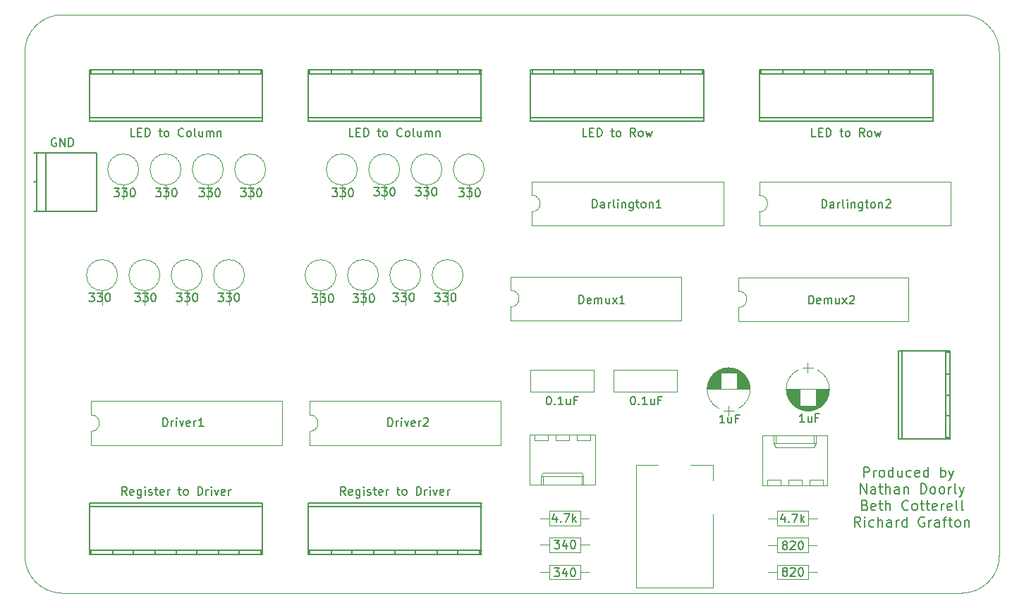
<source format=gbr>
G04 #@! TF.FileFunction,Legend,Top*
%FSLAX46Y46*%
G04 Gerber Fmt 4.6, Leading zero omitted, Abs format (unit mm)*
G04 Created by KiCad (PCBNEW 4.0.6) date 12/19/17 11:22:06*
%MOMM*%
%LPD*%
G01*
G04 APERTURE LIST*
%ADD10C,0.100000*%
%ADD11C,0.200000*%
%ADD12C,0.120000*%
%ADD13C,0.150000*%
G04 APERTURE END LIST*
D10*
D11*
X165700001Y-108542857D02*
X165700001Y-107342857D01*
X166157144Y-107342857D01*
X166271430Y-107400000D01*
X166328573Y-107457143D01*
X166385716Y-107571429D01*
X166385716Y-107742857D01*
X166328573Y-107857143D01*
X166271430Y-107914286D01*
X166157144Y-107971429D01*
X165700001Y-107971429D01*
X166900001Y-108542857D02*
X166900001Y-107742857D01*
X166900001Y-107971429D02*
X166957144Y-107857143D01*
X167014287Y-107800000D01*
X167128573Y-107742857D01*
X167242858Y-107742857D01*
X167814287Y-108542857D02*
X167700001Y-108485714D01*
X167642858Y-108428571D01*
X167585715Y-108314286D01*
X167585715Y-107971429D01*
X167642858Y-107857143D01*
X167700001Y-107800000D01*
X167814287Y-107742857D01*
X167985715Y-107742857D01*
X168100001Y-107800000D01*
X168157144Y-107857143D01*
X168214287Y-107971429D01*
X168214287Y-108314286D01*
X168157144Y-108428571D01*
X168100001Y-108485714D01*
X167985715Y-108542857D01*
X167814287Y-108542857D01*
X169242858Y-108542857D02*
X169242858Y-107342857D01*
X169242858Y-108485714D02*
X169128572Y-108542857D01*
X168900001Y-108542857D01*
X168785715Y-108485714D01*
X168728572Y-108428571D01*
X168671429Y-108314286D01*
X168671429Y-107971429D01*
X168728572Y-107857143D01*
X168785715Y-107800000D01*
X168900001Y-107742857D01*
X169128572Y-107742857D01*
X169242858Y-107800000D01*
X170328572Y-107742857D02*
X170328572Y-108542857D01*
X169814286Y-107742857D02*
X169814286Y-108371429D01*
X169871429Y-108485714D01*
X169985715Y-108542857D01*
X170157143Y-108542857D01*
X170271429Y-108485714D01*
X170328572Y-108428571D01*
X171414286Y-108485714D02*
X171300000Y-108542857D01*
X171071429Y-108542857D01*
X170957143Y-108485714D01*
X170900000Y-108428571D01*
X170842857Y-108314286D01*
X170842857Y-107971429D01*
X170900000Y-107857143D01*
X170957143Y-107800000D01*
X171071429Y-107742857D01*
X171300000Y-107742857D01*
X171414286Y-107800000D01*
X172385714Y-108485714D02*
X172271428Y-108542857D01*
X172042857Y-108542857D01*
X171928571Y-108485714D01*
X171871428Y-108371429D01*
X171871428Y-107914286D01*
X171928571Y-107800000D01*
X172042857Y-107742857D01*
X172271428Y-107742857D01*
X172385714Y-107800000D01*
X172442857Y-107914286D01*
X172442857Y-108028571D01*
X171871428Y-108142857D01*
X173471428Y-108542857D02*
X173471428Y-107342857D01*
X173471428Y-108485714D02*
X173357142Y-108542857D01*
X173128571Y-108542857D01*
X173014285Y-108485714D01*
X172957142Y-108428571D01*
X172899999Y-108314286D01*
X172899999Y-107971429D01*
X172957142Y-107857143D01*
X173014285Y-107800000D01*
X173128571Y-107742857D01*
X173357142Y-107742857D01*
X173471428Y-107800000D01*
X174957142Y-108542857D02*
X174957142Y-107342857D01*
X174957142Y-107800000D02*
X175071428Y-107742857D01*
X175299999Y-107742857D01*
X175414285Y-107800000D01*
X175471428Y-107857143D01*
X175528571Y-107971429D01*
X175528571Y-108314286D01*
X175471428Y-108428571D01*
X175414285Y-108485714D01*
X175299999Y-108542857D01*
X175071428Y-108542857D01*
X174957142Y-108485714D01*
X175928571Y-107742857D02*
X176214285Y-108542857D01*
X176499999Y-107742857D02*
X176214285Y-108542857D01*
X176099999Y-108828571D01*
X176042856Y-108885714D01*
X175928571Y-108942857D01*
X165357144Y-110542857D02*
X165357144Y-109342857D01*
X166042859Y-110542857D01*
X166042859Y-109342857D01*
X167128573Y-110542857D02*
X167128573Y-109914286D01*
X167071430Y-109800000D01*
X166957144Y-109742857D01*
X166728573Y-109742857D01*
X166614287Y-109800000D01*
X167128573Y-110485714D02*
X167014287Y-110542857D01*
X166728573Y-110542857D01*
X166614287Y-110485714D01*
X166557144Y-110371429D01*
X166557144Y-110257143D01*
X166614287Y-110142857D01*
X166728573Y-110085714D01*
X167014287Y-110085714D01*
X167128573Y-110028571D01*
X167528573Y-109742857D02*
X167985716Y-109742857D01*
X167700001Y-109342857D02*
X167700001Y-110371429D01*
X167757144Y-110485714D01*
X167871430Y-110542857D01*
X167985716Y-110542857D01*
X168385715Y-110542857D02*
X168385715Y-109342857D01*
X168900001Y-110542857D02*
X168900001Y-109914286D01*
X168842858Y-109800000D01*
X168728572Y-109742857D01*
X168557144Y-109742857D01*
X168442858Y-109800000D01*
X168385715Y-109857143D01*
X169985715Y-110542857D02*
X169985715Y-109914286D01*
X169928572Y-109800000D01*
X169814286Y-109742857D01*
X169585715Y-109742857D01*
X169471429Y-109800000D01*
X169985715Y-110485714D02*
X169871429Y-110542857D01*
X169585715Y-110542857D01*
X169471429Y-110485714D01*
X169414286Y-110371429D01*
X169414286Y-110257143D01*
X169471429Y-110142857D01*
X169585715Y-110085714D01*
X169871429Y-110085714D01*
X169985715Y-110028571D01*
X170557143Y-109742857D02*
X170557143Y-110542857D01*
X170557143Y-109857143D02*
X170614286Y-109800000D01*
X170728572Y-109742857D01*
X170900000Y-109742857D01*
X171014286Y-109800000D01*
X171071429Y-109914286D01*
X171071429Y-110542857D01*
X172557143Y-110542857D02*
X172557143Y-109342857D01*
X172842858Y-109342857D01*
X173014286Y-109400000D01*
X173128572Y-109514286D01*
X173185715Y-109628571D01*
X173242858Y-109857143D01*
X173242858Y-110028571D01*
X173185715Y-110257143D01*
X173128572Y-110371429D01*
X173014286Y-110485714D01*
X172842858Y-110542857D01*
X172557143Y-110542857D01*
X173928572Y-110542857D02*
X173814286Y-110485714D01*
X173757143Y-110428571D01*
X173700000Y-110314286D01*
X173700000Y-109971429D01*
X173757143Y-109857143D01*
X173814286Y-109800000D01*
X173928572Y-109742857D01*
X174100000Y-109742857D01*
X174214286Y-109800000D01*
X174271429Y-109857143D01*
X174328572Y-109971429D01*
X174328572Y-110314286D01*
X174271429Y-110428571D01*
X174214286Y-110485714D01*
X174100000Y-110542857D01*
X173928572Y-110542857D01*
X175014286Y-110542857D02*
X174900000Y-110485714D01*
X174842857Y-110428571D01*
X174785714Y-110314286D01*
X174785714Y-109971429D01*
X174842857Y-109857143D01*
X174900000Y-109800000D01*
X175014286Y-109742857D01*
X175185714Y-109742857D01*
X175300000Y-109800000D01*
X175357143Y-109857143D01*
X175414286Y-109971429D01*
X175414286Y-110314286D01*
X175357143Y-110428571D01*
X175300000Y-110485714D01*
X175185714Y-110542857D01*
X175014286Y-110542857D01*
X175928571Y-110542857D02*
X175928571Y-109742857D01*
X175928571Y-109971429D02*
X175985714Y-109857143D01*
X176042857Y-109800000D01*
X176157143Y-109742857D01*
X176271428Y-109742857D01*
X176842857Y-110542857D02*
X176728571Y-110485714D01*
X176671428Y-110371429D01*
X176671428Y-109342857D01*
X177185714Y-109742857D02*
X177471428Y-110542857D01*
X177757142Y-109742857D02*
X177471428Y-110542857D01*
X177357142Y-110828571D01*
X177299999Y-110885714D01*
X177185714Y-110942857D01*
X165871430Y-111914286D02*
X166042859Y-111971429D01*
X166100002Y-112028571D01*
X166157145Y-112142857D01*
X166157145Y-112314286D01*
X166100002Y-112428571D01*
X166042859Y-112485714D01*
X165928573Y-112542857D01*
X165471430Y-112542857D01*
X165471430Y-111342857D01*
X165871430Y-111342857D01*
X165985716Y-111400000D01*
X166042859Y-111457143D01*
X166100002Y-111571429D01*
X166100002Y-111685714D01*
X166042859Y-111800000D01*
X165985716Y-111857143D01*
X165871430Y-111914286D01*
X165471430Y-111914286D01*
X167128573Y-112485714D02*
X167014287Y-112542857D01*
X166785716Y-112542857D01*
X166671430Y-112485714D01*
X166614287Y-112371429D01*
X166614287Y-111914286D01*
X166671430Y-111800000D01*
X166785716Y-111742857D01*
X167014287Y-111742857D01*
X167128573Y-111800000D01*
X167185716Y-111914286D01*
X167185716Y-112028571D01*
X166614287Y-112142857D01*
X167528573Y-111742857D02*
X167985716Y-111742857D01*
X167700001Y-111342857D02*
X167700001Y-112371429D01*
X167757144Y-112485714D01*
X167871430Y-112542857D01*
X167985716Y-112542857D01*
X168385715Y-112542857D02*
X168385715Y-111342857D01*
X168900001Y-112542857D02*
X168900001Y-111914286D01*
X168842858Y-111800000D01*
X168728572Y-111742857D01*
X168557144Y-111742857D01*
X168442858Y-111800000D01*
X168385715Y-111857143D01*
X171071430Y-112428571D02*
X171014287Y-112485714D01*
X170842858Y-112542857D01*
X170728572Y-112542857D01*
X170557144Y-112485714D01*
X170442858Y-112371429D01*
X170385715Y-112257143D01*
X170328572Y-112028571D01*
X170328572Y-111857143D01*
X170385715Y-111628571D01*
X170442858Y-111514286D01*
X170557144Y-111400000D01*
X170728572Y-111342857D01*
X170842858Y-111342857D01*
X171014287Y-111400000D01*
X171071430Y-111457143D01*
X171757144Y-112542857D02*
X171642858Y-112485714D01*
X171585715Y-112428571D01*
X171528572Y-112314286D01*
X171528572Y-111971429D01*
X171585715Y-111857143D01*
X171642858Y-111800000D01*
X171757144Y-111742857D01*
X171928572Y-111742857D01*
X172042858Y-111800000D01*
X172100001Y-111857143D01*
X172157144Y-111971429D01*
X172157144Y-112314286D01*
X172100001Y-112428571D01*
X172042858Y-112485714D01*
X171928572Y-112542857D01*
X171757144Y-112542857D01*
X172500001Y-111742857D02*
X172957144Y-111742857D01*
X172671429Y-111342857D02*
X172671429Y-112371429D01*
X172728572Y-112485714D01*
X172842858Y-112542857D01*
X172957144Y-112542857D01*
X173185715Y-111742857D02*
X173642858Y-111742857D01*
X173357143Y-111342857D02*
X173357143Y-112371429D01*
X173414286Y-112485714D01*
X173528572Y-112542857D01*
X173642858Y-112542857D01*
X174500000Y-112485714D02*
X174385714Y-112542857D01*
X174157143Y-112542857D01*
X174042857Y-112485714D01*
X173985714Y-112371429D01*
X173985714Y-111914286D01*
X174042857Y-111800000D01*
X174157143Y-111742857D01*
X174385714Y-111742857D01*
X174500000Y-111800000D01*
X174557143Y-111914286D01*
X174557143Y-112028571D01*
X173985714Y-112142857D01*
X175071428Y-112542857D02*
X175071428Y-111742857D01*
X175071428Y-111971429D02*
X175128571Y-111857143D01*
X175185714Y-111800000D01*
X175300000Y-111742857D01*
X175414285Y-111742857D01*
X176271428Y-112485714D02*
X176157142Y-112542857D01*
X175928571Y-112542857D01*
X175814285Y-112485714D01*
X175757142Y-112371429D01*
X175757142Y-111914286D01*
X175814285Y-111800000D01*
X175928571Y-111742857D01*
X176157142Y-111742857D01*
X176271428Y-111800000D01*
X176328571Y-111914286D01*
X176328571Y-112028571D01*
X175757142Y-112142857D01*
X177014285Y-112542857D02*
X176899999Y-112485714D01*
X176842856Y-112371429D01*
X176842856Y-111342857D01*
X177642856Y-112542857D02*
X177528570Y-112485714D01*
X177471427Y-112371429D01*
X177471427Y-111342857D01*
X165328573Y-114542857D02*
X164928573Y-113971429D01*
X164642858Y-114542857D02*
X164642858Y-113342857D01*
X165100001Y-113342857D01*
X165214287Y-113400000D01*
X165271430Y-113457143D01*
X165328573Y-113571429D01*
X165328573Y-113742857D01*
X165271430Y-113857143D01*
X165214287Y-113914286D01*
X165100001Y-113971429D01*
X164642858Y-113971429D01*
X165842858Y-114542857D02*
X165842858Y-113742857D01*
X165842858Y-113342857D02*
X165785715Y-113400000D01*
X165842858Y-113457143D01*
X165900001Y-113400000D01*
X165842858Y-113342857D01*
X165842858Y-113457143D01*
X166928573Y-114485714D02*
X166814287Y-114542857D01*
X166585716Y-114542857D01*
X166471430Y-114485714D01*
X166414287Y-114428571D01*
X166357144Y-114314286D01*
X166357144Y-113971429D01*
X166414287Y-113857143D01*
X166471430Y-113800000D01*
X166585716Y-113742857D01*
X166814287Y-113742857D01*
X166928573Y-113800000D01*
X167442858Y-114542857D02*
X167442858Y-113342857D01*
X167957144Y-114542857D02*
X167957144Y-113914286D01*
X167900001Y-113800000D01*
X167785715Y-113742857D01*
X167614287Y-113742857D01*
X167500001Y-113800000D01*
X167442858Y-113857143D01*
X169042858Y-114542857D02*
X169042858Y-113914286D01*
X168985715Y-113800000D01*
X168871429Y-113742857D01*
X168642858Y-113742857D01*
X168528572Y-113800000D01*
X169042858Y-114485714D02*
X168928572Y-114542857D01*
X168642858Y-114542857D01*
X168528572Y-114485714D01*
X168471429Y-114371429D01*
X168471429Y-114257143D01*
X168528572Y-114142857D01*
X168642858Y-114085714D01*
X168928572Y-114085714D01*
X169042858Y-114028571D01*
X169614286Y-114542857D02*
X169614286Y-113742857D01*
X169614286Y-113971429D02*
X169671429Y-113857143D01*
X169728572Y-113800000D01*
X169842858Y-113742857D01*
X169957143Y-113742857D01*
X170871429Y-114542857D02*
X170871429Y-113342857D01*
X170871429Y-114485714D02*
X170757143Y-114542857D01*
X170528572Y-114542857D01*
X170414286Y-114485714D01*
X170357143Y-114428571D01*
X170300000Y-114314286D01*
X170300000Y-113971429D01*
X170357143Y-113857143D01*
X170414286Y-113800000D01*
X170528572Y-113742857D01*
X170757143Y-113742857D01*
X170871429Y-113800000D01*
X172985715Y-113400000D02*
X172871429Y-113342857D01*
X172700000Y-113342857D01*
X172528572Y-113400000D01*
X172414286Y-113514286D01*
X172357143Y-113628571D01*
X172300000Y-113857143D01*
X172300000Y-114028571D01*
X172357143Y-114257143D01*
X172414286Y-114371429D01*
X172528572Y-114485714D01*
X172700000Y-114542857D01*
X172814286Y-114542857D01*
X172985715Y-114485714D01*
X173042858Y-114428571D01*
X173042858Y-114028571D01*
X172814286Y-114028571D01*
X173557143Y-114542857D02*
X173557143Y-113742857D01*
X173557143Y-113971429D02*
X173614286Y-113857143D01*
X173671429Y-113800000D01*
X173785715Y-113742857D01*
X173900000Y-113742857D01*
X174814286Y-114542857D02*
X174814286Y-113914286D01*
X174757143Y-113800000D01*
X174642857Y-113742857D01*
X174414286Y-113742857D01*
X174300000Y-113800000D01*
X174814286Y-114485714D02*
X174700000Y-114542857D01*
X174414286Y-114542857D01*
X174300000Y-114485714D01*
X174242857Y-114371429D01*
X174242857Y-114257143D01*
X174300000Y-114142857D01*
X174414286Y-114085714D01*
X174700000Y-114085714D01*
X174814286Y-114028571D01*
X175214286Y-113742857D02*
X175671429Y-113742857D01*
X175385714Y-114542857D02*
X175385714Y-113514286D01*
X175442857Y-113400000D01*
X175557143Y-113342857D01*
X175671429Y-113342857D01*
X175900000Y-113742857D02*
X176357143Y-113742857D01*
X176071428Y-113342857D02*
X176071428Y-114371429D01*
X176128571Y-114485714D01*
X176242857Y-114542857D01*
X176357143Y-114542857D01*
X176928571Y-114542857D02*
X176814285Y-114485714D01*
X176757142Y-114428571D01*
X176699999Y-114314286D01*
X176699999Y-113971429D01*
X176757142Y-113857143D01*
X176814285Y-113800000D01*
X176928571Y-113742857D01*
X177099999Y-113742857D01*
X177214285Y-113800000D01*
X177271428Y-113857143D01*
X177328571Y-113971429D01*
X177328571Y-114314286D01*
X177271428Y-114428571D01*
X177214285Y-114485714D01*
X177099999Y-114542857D01*
X176928571Y-114542857D01*
X177842856Y-113742857D02*
X177842856Y-114542857D01*
X177842856Y-113857143D02*
X177899999Y-113800000D01*
X178014285Y-113742857D01*
X178185713Y-113742857D01*
X178299999Y-113800000D01*
X178357142Y-113914286D01*
X178357142Y-114542857D01*
D10*
X65000000Y-117500000D02*
X65000000Y-118000000D01*
X65000000Y-57500000D02*
X65000000Y-117500000D01*
X69500000Y-53000000D02*
G75*
G03X65000000Y-57500000I0J-4500000D01*
G01*
X65000000Y-118000000D02*
G75*
G03X69500000Y-122500000I4500000J0D01*
G01*
X177500000Y-122500000D02*
X69500000Y-122500000D01*
X177500000Y-53000000D02*
X69500000Y-53000000D01*
X177500000Y-122500000D02*
G75*
G03X182000000Y-118000000I0J4500000D01*
G01*
X182000000Y-57500000D02*
X182000000Y-118000000D01*
X182000000Y-57500000D02*
G75*
G03X177500000Y-53000000I-4500000J0D01*
G01*
D12*
X150670000Y-86190000D02*
G75*
G02X150670000Y-88190000I0J-1000000D01*
G01*
X150670000Y-88190000D02*
X150670000Y-89840000D01*
X150670000Y-89840000D02*
X171110000Y-89840000D01*
X171110000Y-89840000D02*
X171110000Y-84540000D01*
X171110000Y-84540000D02*
X150670000Y-84540000D01*
X150670000Y-84540000D02*
X150670000Y-86190000D01*
X107460000Y-84290000D02*
G75*
G03X107460000Y-84290000I-1860000J0D01*
G01*
X105600000Y-86150000D02*
X105600000Y-87870000D01*
X125870000Y-74680000D02*
G75*
G02X125870000Y-76680000I0J-1000000D01*
G01*
X125870000Y-76680000D02*
X125870000Y-78330000D01*
X125870000Y-78330000D02*
X148850000Y-78330000D01*
X148850000Y-78330000D02*
X148850000Y-73030000D01*
X148850000Y-73030000D02*
X125870000Y-73030000D01*
X125870000Y-73030000D02*
X125870000Y-74680000D01*
X153170000Y-74690000D02*
G75*
G02X153170000Y-76690000I0J-1000000D01*
G01*
X153170000Y-76690000D02*
X153170000Y-78340000D01*
X153170000Y-78340000D02*
X176150000Y-78340000D01*
X176150000Y-78340000D02*
X176150000Y-73040000D01*
X176150000Y-73040000D02*
X153170000Y-73040000D01*
X153170000Y-73040000D02*
X153170000Y-74690000D01*
X123330000Y-86110000D02*
G75*
G02X123330000Y-88110000I0J-1000000D01*
G01*
X123330000Y-88110000D02*
X123330000Y-89760000D01*
X123330000Y-89760000D02*
X143770000Y-89760000D01*
X143770000Y-89760000D02*
X143770000Y-84460000D01*
X143770000Y-84460000D02*
X123330000Y-84460000D01*
X123330000Y-84460000D02*
X123330000Y-86110000D01*
X72940000Y-101070000D02*
G75*
G02X72940000Y-103070000I0J-1000000D01*
G01*
X72940000Y-103070000D02*
X72940000Y-104720000D01*
X72940000Y-104720000D02*
X95920000Y-104720000D01*
X95920000Y-104720000D02*
X95920000Y-99420000D01*
X95920000Y-99420000D02*
X72940000Y-99420000D01*
X72940000Y-99420000D02*
X72940000Y-101070000D01*
X99190000Y-101070000D02*
G75*
G02X99190000Y-103070000I0J-1000000D01*
G01*
X99190000Y-103070000D02*
X99190000Y-104720000D01*
X99190000Y-104720000D02*
X122170000Y-104720000D01*
X122170000Y-104720000D02*
X122170000Y-99420000D01*
X122170000Y-99420000D02*
X99190000Y-99420000D01*
X99190000Y-99420000D02*
X99190000Y-101070000D01*
D13*
X119808760Y-111671200D02*
X99011240Y-111671200D01*
X99011240Y-112069980D02*
X119808760Y-112069980D01*
X119808760Y-117868800D02*
X99011240Y-117868800D01*
X99011240Y-117370960D02*
X119808760Y-117370960D01*
X109410000Y-117370960D02*
X109410000Y-117868800D01*
X117009680Y-117370960D02*
X117009680Y-117868800D01*
X114510320Y-117370960D02*
X114510320Y-117868800D01*
X111911900Y-117370960D02*
X111911900Y-117868800D01*
X106910640Y-117370960D02*
X106910640Y-117868800D01*
X104312220Y-117370960D02*
X104312220Y-117868800D01*
X99211900Y-117868800D02*
X99211900Y-117370960D01*
X119608100Y-117370960D02*
X119608100Y-117868800D01*
X101815400Y-117868800D02*
X101815400Y-117370960D01*
X119806220Y-117868800D02*
X119806220Y-111671200D01*
X99013780Y-111671200D02*
X99013780Y-117868800D01*
X93558760Y-111671200D02*
X72761240Y-111671200D01*
X72761240Y-112069980D02*
X93558760Y-112069980D01*
X93558760Y-117868800D02*
X72761240Y-117868800D01*
X72761240Y-117370960D02*
X93558760Y-117370960D01*
X83160000Y-117370960D02*
X83160000Y-117868800D01*
X90759680Y-117370960D02*
X90759680Y-117868800D01*
X88260320Y-117370960D02*
X88260320Y-117868800D01*
X85661900Y-117370960D02*
X85661900Y-117868800D01*
X80660640Y-117370960D02*
X80660640Y-117868800D01*
X78062220Y-117370960D02*
X78062220Y-117868800D01*
X72961900Y-117868800D02*
X72961900Y-117370960D01*
X93358100Y-117370960D02*
X93358100Y-117868800D01*
X75565400Y-117868800D02*
X75565400Y-117370960D01*
X93556220Y-117868800D02*
X93556220Y-111671200D01*
X72763780Y-111671200D02*
X72763780Y-117868800D01*
X99011240Y-65798800D02*
X119808760Y-65798800D01*
X119808760Y-65400020D02*
X99011240Y-65400020D01*
X99011240Y-59601200D02*
X119808760Y-59601200D01*
X119808760Y-60099040D02*
X99011240Y-60099040D01*
X109410000Y-60099040D02*
X109410000Y-59601200D01*
X101810320Y-60099040D02*
X101810320Y-59601200D01*
X104309680Y-60099040D02*
X104309680Y-59601200D01*
X106908100Y-60099040D02*
X106908100Y-59601200D01*
X111909360Y-60099040D02*
X111909360Y-59601200D01*
X114507780Y-60099040D02*
X114507780Y-59601200D01*
X119608100Y-59601200D02*
X119608100Y-60099040D01*
X99211900Y-60099040D02*
X99211900Y-59601200D01*
X117004600Y-59601200D02*
X117004600Y-60099040D01*
X99013780Y-59601200D02*
X99013780Y-65798800D01*
X119806220Y-65798800D02*
X119806220Y-59601200D01*
X72761240Y-65798800D02*
X93558760Y-65798800D01*
X93558760Y-65400020D02*
X72761240Y-65400020D01*
X72761240Y-59601200D02*
X93558760Y-59601200D01*
X93558760Y-60099040D02*
X72761240Y-60099040D01*
X83160000Y-60099040D02*
X83160000Y-59601200D01*
X75560320Y-60099040D02*
X75560320Y-59601200D01*
X78059680Y-60099040D02*
X78059680Y-59601200D01*
X80658100Y-60099040D02*
X80658100Y-59601200D01*
X85659360Y-60099040D02*
X85659360Y-59601200D01*
X88257780Y-60099040D02*
X88257780Y-59601200D01*
X93358100Y-59601200D02*
X93358100Y-60099040D01*
X72961900Y-60099040D02*
X72961900Y-59601200D01*
X90754600Y-59601200D02*
X90754600Y-60099040D01*
X72763780Y-59601200D02*
X72763780Y-65798800D01*
X93556220Y-65798800D02*
X93556220Y-59601200D01*
X153211240Y-65798800D02*
X174008760Y-65798800D01*
X174008760Y-65400020D02*
X153211240Y-65400020D01*
X153211240Y-59601200D02*
X174008760Y-59601200D01*
X174008760Y-60099040D02*
X153211240Y-60099040D01*
X163610000Y-60099040D02*
X163610000Y-59601200D01*
X156010320Y-60099040D02*
X156010320Y-59601200D01*
X158509680Y-60099040D02*
X158509680Y-59601200D01*
X161108100Y-60099040D02*
X161108100Y-59601200D01*
X166109360Y-60099040D02*
X166109360Y-59601200D01*
X168707780Y-60099040D02*
X168707780Y-59601200D01*
X173808100Y-59601200D02*
X173808100Y-60099040D01*
X153411900Y-60099040D02*
X153411900Y-59601200D01*
X171204600Y-59601200D02*
X171204600Y-60099040D01*
X153213780Y-59601200D02*
X153213780Y-65798800D01*
X174006220Y-65798800D02*
X174006220Y-59601200D01*
X125711240Y-65798800D02*
X146508760Y-65798800D01*
X146508760Y-65400020D02*
X125711240Y-65400020D01*
X125711240Y-59601200D02*
X146508760Y-59601200D01*
X146508760Y-60099040D02*
X125711240Y-60099040D01*
X136110000Y-60099040D02*
X136110000Y-59601200D01*
X128510320Y-60099040D02*
X128510320Y-59601200D01*
X131009680Y-60099040D02*
X131009680Y-59601200D01*
X133608100Y-60099040D02*
X133608100Y-59601200D01*
X138609360Y-60099040D02*
X138609360Y-59601200D01*
X141207780Y-60099040D02*
X141207780Y-59601200D01*
X146308100Y-59601200D02*
X146308100Y-60099040D01*
X125911900Y-60099040D02*
X125911900Y-59601200D01*
X143704600Y-59601200D02*
X143704600Y-60099040D01*
X125713780Y-59601200D02*
X125713780Y-65798800D01*
X146506220Y-65798800D02*
X146506220Y-59601200D01*
X169901200Y-93389020D02*
X169901200Y-103990980D01*
X170299980Y-103990980D02*
X170299980Y-93389020D01*
X175600960Y-103990980D02*
X175600960Y-93389020D01*
X176098800Y-93389020D02*
X176098800Y-103990980D01*
X175600960Y-96193180D02*
X176098800Y-96193180D01*
X175600960Y-98690000D02*
X176098800Y-98690000D01*
X176098800Y-103787780D02*
X175600960Y-103787780D01*
X175600960Y-93589680D02*
X176098800Y-93589680D01*
X176098800Y-101186820D02*
X175600960Y-101186820D01*
X176098800Y-93391560D02*
X169901200Y-93391560D01*
X169901200Y-103985900D02*
X176098800Y-103985900D01*
D12*
X127950000Y-112640000D02*
X127950000Y-114360000D01*
X127950000Y-114360000D02*
X131670000Y-114360000D01*
X131670000Y-114360000D02*
X131670000Y-112640000D01*
X131670000Y-112640000D02*
X127950000Y-112640000D01*
X126880000Y-113500000D02*
X127950000Y-113500000D01*
X132740000Y-113500000D02*
X131670000Y-113500000D01*
X131700000Y-117560000D02*
X131700000Y-115840000D01*
X131700000Y-115840000D02*
X127980000Y-115840000D01*
X127980000Y-115840000D02*
X127980000Y-117560000D01*
X127980000Y-117560000D02*
X131700000Y-117560000D01*
X132770000Y-116700000D02*
X131700000Y-116700000D01*
X126910000Y-116700000D02*
X127980000Y-116700000D01*
X127950000Y-119140000D02*
X127950000Y-120860000D01*
X127950000Y-120860000D02*
X131670000Y-120860000D01*
X131670000Y-120860000D02*
X131670000Y-119140000D01*
X131670000Y-119140000D02*
X127950000Y-119140000D01*
X126880000Y-120000000D02*
X127950000Y-120000000D01*
X132740000Y-120000000D02*
X131670000Y-120000000D01*
X159050000Y-114360000D02*
X159050000Y-112640000D01*
X159050000Y-112640000D02*
X155330000Y-112640000D01*
X155330000Y-112640000D02*
X155330000Y-114360000D01*
X155330000Y-114360000D02*
X159050000Y-114360000D01*
X160120000Y-113500000D02*
X159050000Y-113500000D01*
X154260000Y-113500000D02*
X155330000Y-113500000D01*
X155300000Y-115865000D02*
X155300000Y-117585000D01*
X155300000Y-117585000D02*
X159020000Y-117585000D01*
X159020000Y-117585000D02*
X159020000Y-115865000D01*
X159020000Y-115865000D02*
X155300000Y-115865000D01*
X154230000Y-116725000D02*
X155300000Y-116725000D01*
X160090000Y-116725000D02*
X159020000Y-116725000D01*
X159050000Y-120860000D02*
X159050000Y-119140000D01*
X159050000Y-119140000D02*
X155330000Y-119140000D01*
X155330000Y-119140000D02*
X155330000Y-120860000D01*
X155330000Y-120860000D02*
X159050000Y-120860000D01*
X160120000Y-120000000D02*
X159050000Y-120000000D01*
X154260000Y-120000000D02*
X155330000Y-120000000D01*
X125630000Y-103480000D02*
X125630000Y-109480000D01*
X125630000Y-109480000D02*
X133450000Y-109480000D01*
X133450000Y-109480000D02*
X133450000Y-103480000D01*
X133450000Y-103480000D02*
X125630000Y-103480000D01*
X127000000Y-109480000D02*
X127000000Y-108480000D01*
X127000000Y-108480000D02*
X132080000Y-108480000D01*
X132080000Y-108480000D02*
X132080000Y-109480000D01*
X127000000Y-108480000D02*
X127250000Y-108050000D01*
X127250000Y-108050000D02*
X131830000Y-108050000D01*
X131830000Y-108050000D02*
X132080000Y-108480000D01*
X127250000Y-109480000D02*
X127250000Y-108480000D01*
X131830000Y-109480000D02*
X131830000Y-108480000D01*
X126200000Y-103480000D02*
X126200000Y-104100000D01*
X126200000Y-104100000D02*
X127800000Y-104100000D01*
X127800000Y-104100000D02*
X127800000Y-103480000D01*
X128740000Y-103480000D02*
X128740000Y-104100000D01*
X128740000Y-104100000D02*
X130340000Y-104100000D01*
X130340000Y-104100000D02*
X130340000Y-103480000D01*
X131280000Y-103480000D02*
X131280000Y-104100000D01*
X131280000Y-104100000D02*
X132880000Y-104100000D01*
X132880000Y-104100000D02*
X132880000Y-103480000D01*
X161370000Y-109520000D02*
X161370000Y-103520000D01*
X161370000Y-103520000D02*
X153550000Y-103520000D01*
X153550000Y-103520000D02*
X153550000Y-109520000D01*
X153550000Y-109520000D02*
X161370000Y-109520000D01*
X160000000Y-103520000D02*
X160000000Y-104520000D01*
X160000000Y-104520000D02*
X154920000Y-104520000D01*
X154920000Y-104520000D02*
X154920000Y-103520000D01*
X160000000Y-104520000D02*
X159750000Y-104950000D01*
X159750000Y-104950000D02*
X155170000Y-104950000D01*
X155170000Y-104950000D02*
X154920000Y-104520000D01*
X159750000Y-103520000D02*
X159750000Y-104520000D01*
X155170000Y-103520000D02*
X155170000Y-104520000D01*
X160800000Y-109520000D02*
X160800000Y-108900000D01*
X160800000Y-108900000D02*
X159200000Y-108900000D01*
X159200000Y-108900000D02*
X159200000Y-109520000D01*
X158260000Y-109520000D02*
X158260000Y-108900000D01*
X158260000Y-108900000D02*
X156660000Y-108900000D01*
X156660000Y-108900000D02*
X156660000Y-109520000D01*
X155720000Y-109520000D02*
X155720000Y-108900000D01*
X155720000Y-108900000D02*
X154120000Y-108900000D01*
X154120000Y-108900000D02*
X154120000Y-109520000D01*
X133310000Y-98310000D02*
X125690000Y-98310000D01*
X133310000Y-95690000D02*
X125690000Y-95690000D01*
X133310000Y-98310000D02*
X133310000Y-95690000D01*
X125690000Y-98310000D02*
X125690000Y-95690000D01*
X135690000Y-95690000D02*
X143310000Y-95690000D01*
X135690000Y-98310000D02*
X143310000Y-98310000D01*
X135690000Y-95690000D02*
X135690000Y-98310000D01*
X143310000Y-95690000D02*
X143310000Y-98310000D01*
X160179723Y-100305722D02*
G75*
G03X160180000Y-95694420I-1179723J2305722D01*
G01*
X157820277Y-100305722D02*
G75*
G02X157820000Y-95694420I1179723J2305722D01*
G01*
X157820277Y-100305722D02*
G75*
G03X160180000Y-100305580I1179723J2305722D01*
G01*
X161550000Y-98000000D02*
X156450000Y-98000000D01*
X161550000Y-98040000D02*
X159980000Y-98040000D01*
X158020000Y-98040000D02*
X156450000Y-98040000D01*
X161549000Y-98080000D02*
X159980000Y-98080000D01*
X158020000Y-98080000D02*
X156451000Y-98080000D01*
X161548000Y-98120000D02*
X159980000Y-98120000D01*
X158020000Y-98120000D02*
X156452000Y-98120000D01*
X161546000Y-98160000D02*
X159980000Y-98160000D01*
X158020000Y-98160000D02*
X156454000Y-98160000D01*
X161543000Y-98200000D02*
X159980000Y-98200000D01*
X158020000Y-98200000D02*
X156457000Y-98200000D01*
X161539000Y-98240000D02*
X159980000Y-98240000D01*
X158020000Y-98240000D02*
X156461000Y-98240000D01*
X161535000Y-98280000D02*
X159980000Y-98280000D01*
X158020000Y-98280000D02*
X156465000Y-98280000D01*
X161531000Y-98320000D02*
X159980000Y-98320000D01*
X158020000Y-98320000D02*
X156469000Y-98320000D01*
X161525000Y-98360000D02*
X159980000Y-98360000D01*
X158020000Y-98360000D02*
X156475000Y-98360000D01*
X161519000Y-98400000D02*
X159980000Y-98400000D01*
X158020000Y-98400000D02*
X156481000Y-98400000D01*
X161513000Y-98440000D02*
X159980000Y-98440000D01*
X158020000Y-98440000D02*
X156487000Y-98440000D01*
X161506000Y-98480000D02*
X159980000Y-98480000D01*
X158020000Y-98480000D02*
X156494000Y-98480000D01*
X161498000Y-98520000D02*
X159980000Y-98520000D01*
X158020000Y-98520000D02*
X156502000Y-98520000D01*
X161489000Y-98560000D02*
X159980000Y-98560000D01*
X158020000Y-98560000D02*
X156511000Y-98560000D01*
X161480000Y-98600000D02*
X159980000Y-98600000D01*
X158020000Y-98600000D02*
X156520000Y-98600000D01*
X161470000Y-98640000D02*
X159980000Y-98640000D01*
X158020000Y-98640000D02*
X156530000Y-98640000D01*
X161460000Y-98680000D02*
X159980000Y-98680000D01*
X158020000Y-98680000D02*
X156540000Y-98680000D01*
X161448000Y-98721000D02*
X159980000Y-98721000D01*
X158020000Y-98721000D02*
X156552000Y-98721000D01*
X161436000Y-98761000D02*
X159980000Y-98761000D01*
X158020000Y-98761000D02*
X156564000Y-98761000D01*
X161424000Y-98801000D02*
X159980000Y-98801000D01*
X158020000Y-98801000D02*
X156576000Y-98801000D01*
X161410000Y-98841000D02*
X159980000Y-98841000D01*
X158020000Y-98841000D02*
X156590000Y-98841000D01*
X161396000Y-98881000D02*
X159980000Y-98881000D01*
X158020000Y-98881000D02*
X156604000Y-98881000D01*
X161382000Y-98921000D02*
X159980000Y-98921000D01*
X158020000Y-98921000D02*
X156618000Y-98921000D01*
X161366000Y-98961000D02*
X159980000Y-98961000D01*
X158020000Y-98961000D02*
X156634000Y-98961000D01*
X161350000Y-99001000D02*
X159980000Y-99001000D01*
X158020000Y-99001000D02*
X156650000Y-99001000D01*
X161333000Y-99041000D02*
X159980000Y-99041000D01*
X158020000Y-99041000D02*
X156667000Y-99041000D01*
X161315000Y-99081000D02*
X159980000Y-99081000D01*
X158020000Y-99081000D02*
X156685000Y-99081000D01*
X161296000Y-99121000D02*
X159980000Y-99121000D01*
X158020000Y-99121000D02*
X156704000Y-99121000D01*
X161276000Y-99161000D02*
X159980000Y-99161000D01*
X158020000Y-99161000D02*
X156724000Y-99161000D01*
X161256000Y-99201000D02*
X159980000Y-99201000D01*
X158020000Y-99201000D02*
X156744000Y-99201000D01*
X161234000Y-99241000D02*
X159980000Y-99241000D01*
X158020000Y-99241000D02*
X156766000Y-99241000D01*
X161212000Y-99281000D02*
X159980000Y-99281000D01*
X158020000Y-99281000D02*
X156788000Y-99281000D01*
X161189000Y-99321000D02*
X159980000Y-99321000D01*
X158020000Y-99321000D02*
X156811000Y-99321000D01*
X161165000Y-99361000D02*
X159980000Y-99361000D01*
X158020000Y-99361000D02*
X156835000Y-99361000D01*
X161140000Y-99401000D02*
X159980000Y-99401000D01*
X158020000Y-99401000D02*
X156860000Y-99401000D01*
X161113000Y-99441000D02*
X159980000Y-99441000D01*
X158020000Y-99441000D02*
X156887000Y-99441000D01*
X161086000Y-99481000D02*
X159980000Y-99481000D01*
X158020000Y-99481000D02*
X156914000Y-99481000D01*
X161058000Y-99521000D02*
X159980000Y-99521000D01*
X158020000Y-99521000D02*
X156942000Y-99521000D01*
X161028000Y-99561000D02*
X159980000Y-99561000D01*
X158020000Y-99561000D02*
X156972000Y-99561000D01*
X160997000Y-99601000D02*
X159980000Y-99601000D01*
X158020000Y-99601000D02*
X157003000Y-99601000D01*
X160965000Y-99641000D02*
X159980000Y-99641000D01*
X158020000Y-99641000D02*
X157035000Y-99641000D01*
X160932000Y-99681000D02*
X159980000Y-99681000D01*
X158020000Y-99681000D02*
X157068000Y-99681000D01*
X160897000Y-99721000D02*
X159980000Y-99721000D01*
X158020000Y-99721000D02*
X157103000Y-99721000D01*
X160861000Y-99761000D02*
X159980000Y-99761000D01*
X158020000Y-99761000D02*
X157139000Y-99761000D01*
X160823000Y-99801000D02*
X159980000Y-99801000D01*
X158020000Y-99801000D02*
X157177000Y-99801000D01*
X160783000Y-99841000D02*
X159980000Y-99841000D01*
X158020000Y-99841000D02*
X157217000Y-99841000D01*
X160742000Y-99881000D02*
X159980000Y-99881000D01*
X158020000Y-99881000D02*
X157258000Y-99881000D01*
X160699000Y-99921000D02*
X159980000Y-99921000D01*
X158020000Y-99921000D02*
X157301000Y-99921000D01*
X160654000Y-99961000D02*
X159980000Y-99961000D01*
X158020000Y-99961000D02*
X157346000Y-99961000D01*
X160606000Y-100001000D02*
X157394000Y-100001000D01*
X160556000Y-100041000D02*
X157444000Y-100041000D01*
X160504000Y-100081000D02*
X157496000Y-100081000D01*
X160448000Y-100121000D02*
X157552000Y-100121000D01*
X160390000Y-100161000D02*
X157610000Y-100161000D01*
X160327000Y-100201000D02*
X157673000Y-100201000D01*
X160261000Y-100241000D02*
X157739000Y-100241000D01*
X160189000Y-100281000D02*
X157811000Y-100281000D01*
X160112000Y-100321000D02*
X157888000Y-100321000D01*
X160028000Y-100361000D02*
X157972000Y-100361000D01*
X159934000Y-100401000D02*
X158066000Y-100401000D01*
X159829000Y-100441000D02*
X158171000Y-100441000D01*
X159707000Y-100481000D02*
X158293000Y-100481000D01*
X159559000Y-100521000D02*
X158441000Y-100521000D01*
X159354000Y-100561000D02*
X158646000Y-100561000D01*
X159000000Y-94800000D02*
X159000000Y-96000000D01*
X159650000Y-95400000D02*
X158350000Y-95400000D01*
X148320277Y-95694278D02*
G75*
G03X148320000Y-100305580I1179723J-2305722D01*
G01*
X150679723Y-95694278D02*
G75*
G02X150680000Y-100305580I-1179723J-2305722D01*
G01*
X150679723Y-95694278D02*
G75*
G03X148320000Y-95694420I-1179723J-2305722D01*
G01*
X146950000Y-98000000D02*
X152050000Y-98000000D01*
X146950000Y-97960000D02*
X148520000Y-97960000D01*
X150480000Y-97960000D02*
X152050000Y-97960000D01*
X146951000Y-97920000D02*
X148520000Y-97920000D01*
X150480000Y-97920000D02*
X152049000Y-97920000D01*
X146952000Y-97880000D02*
X148520000Y-97880000D01*
X150480000Y-97880000D02*
X152048000Y-97880000D01*
X146954000Y-97840000D02*
X148520000Y-97840000D01*
X150480000Y-97840000D02*
X152046000Y-97840000D01*
X146957000Y-97800000D02*
X148520000Y-97800000D01*
X150480000Y-97800000D02*
X152043000Y-97800000D01*
X146961000Y-97760000D02*
X148520000Y-97760000D01*
X150480000Y-97760000D02*
X152039000Y-97760000D01*
X146965000Y-97720000D02*
X148520000Y-97720000D01*
X150480000Y-97720000D02*
X152035000Y-97720000D01*
X146969000Y-97680000D02*
X148520000Y-97680000D01*
X150480000Y-97680000D02*
X152031000Y-97680000D01*
X146975000Y-97640000D02*
X148520000Y-97640000D01*
X150480000Y-97640000D02*
X152025000Y-97640000D01*
X146981000Y-97600000D02*
X148520000Y-97600000D01*
X150480000Y-97600000D02*
X152019000Y-97600000D01*
X146987000Y-97560000D02*
X148520000Y-97560000D01*
X150480000Y-97560000D02*
X152013000Y-97560000D01*
X146994000Y-97520000D02*
X148520000Y-97520000D01*
X150480000Y-97520000D02*
X152006000Y-97520000D01*
X147002000Y-97480000D02*
X148520000Y-97480000D01*
X150480000Y-97480000D02*
X151998000Y-97480000D01*
X147011000Y-97440000D02*
X148520000Y-97440000D01*
X150480000Y-97440000D02*
X151989000Y-97440000D01*
X147020000Y-97400000D02*
X148520000Y-97400000D01*
X150480000Y-97400000D02*
X151980000Y-97400000D01*
X147030000Y-97360000D02*
X148520000Y-97360000D01*
X150480000Y-97360000D02*
X151970000Y-97360000D01*
X147040000Y-97320000D02*
X148520000Y-97320000D01*
X150480000Y-97320000D02*
X151960000Y-97320000D01*
X147052000Y-97279000D02*
X148520000Y-97279000D01*
X150480000Y-97279000D02*
X151948000Y-97279000D01*
X147064000Y-97239000D02*
X148520000Y-97239000D01*
X150480000Y-97239000D02*
X151936000Y-97239000D01*
X147076000Y-97199000D02*
X148520000Y-97199000D01*
X150480000Y-97199000D02*
X151924000Y-97199000D01*
X147090000Y-97159000D02*
X148520000Y-97159000D01*
X150480000Y-97159000D02*
X151910000Y-97159000D01*
X147104000Y-97119000D02*
X148520000Y-97119000D01*
X150480000Y-97119000D02*
X151896000Y-97119000D01*
X147118000Y-97079000D02*
X148520000Y-97079000D01*
X150480000Y-97079000D02*
X151882000Y-97079000D01*
X147134000Y-97039000D02*
X148520000Y-97039000D01*
X150480000Y-97039000D02*
X151866000Y-97039000D01*
X147150000Y-96999000D02*
X148520000Y-96999000D01*
X150480000Y-96999000D02*
X151850000Y-96999000D01*
X147167000Y-96959000D02*
X148520000Y-96959000D01*
X150480000Y-96959000D02*
X151833000Y-96959000D01*
X147185000Y-96919000D02*
X148520000Y-96919000D01*
X150480000Y-96919000D02*
X151815000Y-96919000D01*
X147204000Y-96879000D02*
X148520000Y-96879000D01*
X150480000Y-96879000D02*
X151796000Y-96879000D01*
X147224000Y-96839000D02*
X148520000Y-96839000D01*
X150480000Y-96839000D02*
X151776000Y-96839000D01*
X147244000Y-96799000D02*
X148520000Y-96799000D01*
X150480000Y-96799000D02*
X151756000Y-96799000D01*
X147266000Y-96759000D02*
X148520000Y-96759000D01*
X150480000Y-96759000D02*
X151734000Y-96759000D01*
X147288000Y-96719000D02*
X148520000Y-96719000D01*
X150480000Y-96719000D02*
X151712000Y-96719000D01*
X147311000Y-96679000D02*
X148520000Y-96679000D01*
X150480000Y-96679000D02*
X151689000Y-96679000D01*
X147335000Y-96639000D02*
X148520000Y-96639000D01*
X150480000Y-96639000D02*
X151665000Y-96639000D01*
X147360000Y-96599000D02*
X148520000Y-96599000D01*
X150480000Y-96599000D02*
X151640000Y-96599000D01*
X147387000Y-96559000D02*
X148520000Y-96559000D01*
X150480000Y-96559000D02*
X151613000Y-96559000D01*
X147414000Y-96519000D02*
X148520000Y-96519000D01*
X150480000Y-96519000D02*
X151586000Y-96519000D01*
X147442000Y-96479000D02*
X148520000Y-96479000D01*
X150480000Y-96479000D02*
X151558000Y-96479000D01*
X147472000Y-96439000D02*
X148520000Y-96439000D01*
X150480000Y-96439000D02*
X151528000Y-96439000D01*
X147503000Y-96399000D02*
X148520000Y-96399000D01*
X150480000Y-96399000D02*
X151497000Y-96399000D01*
X147535000Y-96359000D02*
X148520000Y-96359000D01*
X150480000Y-96359000D02*
X151465000Y-96359000D01*
X147568000Y-96319000D02*
X148520000Y-96319000D01*
X150480000Y-96319000D02*
X151432000Y-96319000D01*
X147603000Y-96279000D02*
X148520000Y-96279000D01*
X150480000Y-96279000D02*
X151397000Y-96279000D01*
X147639000Y-96239000D02*
X148520000Y-96239000D01*
X150480000Y-96239000D02*
X151361000Y-96239000D01*
X147677000Y-96199000D02*
X148520000Y-96199000D01*
X150480000Y-96199000D02*
X151323000Y-96199000D01*
X147717000Y-96159000D02*
X148520000Y-96159000D01*
X150480000Y-96159000D02*
X151283000Y-96159000D01*
X147758000Y-96119000D02*
X148520000Y-96119000D01*
X150480000Y-96119000D02*
X151242000Y-96119000D01*
X147801000Y-96079000D02*
X148520000Y-96079000D01*
X150480000Y-96079000D02*
X151199000Y-96079000D01*
X147846000Y-96039000D02*
X148520000Y-96039000D01*
X150480000Y-96039000D02*
X151154000Y-96039000D01*
X147894000Y-95999000D02*
X151106000Y-95999000D01*
X147944000Y-95959000D02*
X151056000Y-95959000D01*
X147996000Y-95919000D02*
X151004000Y-95919000D01*
X148052000Y-95879000D02*
X150948000Y-95879000D01*
X148110000Y-95839000D02*
X150890000Y-95839000D01*
X148173000Y-95799000D02*
X150827000Y-95799000D01*
X148239000Y-95759000D02*
X150761000Y-95759000D01*
X148311000Y-95719000D02*
X150689000Y-95719000D01*
X148388000Y-95679000D02*
X150612000Y-95679000D01*
X148472000Y-95639000D02*
X150528000Y-95639000D01*
X148566000Y-95599000D02*
X150434000Y-95599000D01*
X148671000Y-95559000D02*
X150329000Y-95559000D01*
X148793000Y-95519000D02*
X150207000Y-95519000D01*
X148941000Y-95479000D02*
X150059000Y-95479000D01*
X149146000Y-95439000D02*
X149854000Y-95439000D01*
X149500000Y-101200000D02*
X149500000Y-100000000D01*
X148850000Y-100600000D02*
X150150000Y-100600000D01*
X102360000Y-84300000D02*
G75*
G03X102360000Y-84300000I-1860000J0D01*
G01*
X100500000Y-86160000D02*
X100500000Y-87880000D01*
X104920000Y-71590000D02*
G75*
G03X104920000Y-71590000I-1860000J0D01*
G01*
X103060000Y-73450000D02*
X103060000Y-75170000D01*
X110000000Y-71590000D02*
G75*
G03X110000000Y-71590000I-1860000J0D01*
G01*
X108140000Y-73450000D02*
X108140000Y-75170000D01*
X112540000Y-84290000D02*
G75*
G03X112540000Y-84290000I-1860000J0D01*
G01*
X110680000Y-86150000D02*
X110680000Y-87870000D01*
X115080000Y-71590000D02*
G75*
G03X115080000Y-71590000I-1860000J0D01*
G01*
X113220000Y-73450000D02*
X113220000Y-75170000D01*
X117620000Y-84290000D02*
G75*
G03X117620000Y-84290000I-1860000J0D01*
G01*
X115760000Y-86150000D02*
X115760000Y-87870000D01*
X120160000Y-71590000D02*
G75*
G03X120160000Y-71590000I-1860000J0D01*
G01*
X118300000Y-73450000D02*
X118300000Y-75170000D01*
X76130000Y-84290000D02*
G75*
G03X76130000Y-84290000I-1860000J0D01*
G01*
X74270000Y-86150000D02*
X74270000Y-87870000D01*
X78670000Y-71590000D02*
G75*
G03X78670000Y-71590000I-1860000J0D01*
G01*
X76810000Y-73450000D02*
X76810000Y-75170000D01*
X81210000Y-84290000D02*
G75*
G03X81210000Y-84290000I-1860000J0D01*
G01*
X79350000Y-86150000D02*
X79350000Y-87870000D01*
X83750000Y-71590000D02*
G75*
G03X83750000Y-71590000I-1860000J0D01*
G01*
X81890000Y-73450000D02*
X81890000Y-75170000D01*
X86290000Y-84290000D02*
G75*
G03X86290000Y-84290000I-1860000J0D01*
G01*
X84430000Y-86150000D02*
X84430000Y-87870000D01*
X88830000Y-71590000D02*
G75*
G03X88830000Y-71590000I-1860000J0D01*
G01*
X86970000Y-73450000D02*
X86970000Y-75170000D01*
X91370000Y-84290000D02*
G75*
G03X91370000Y-84290000I-1860000J0D01*
G01*
X89510000Y-86150000D02*
X89510000Y-87870000D01*
X93910000Y-71590000D02*
G75*
G03X93910000Y-71590000I-1860000J0D01*
G01*
X92050000Y-73450000D02*
X92050000Y-75170000D01*
X147600000Y-113000000D02*
X147600000Y-121800000D01*
X147600000Y-121800000D02*
X138400000Y-121800000D01*
X144900000Y-107100000D02*
X147600000Y-107100000D01*
X147600000Y-107100000D02*
X147600000Y-109000000D01*
X138400000Y-121800000D02*
X138400000Y-107100000D01*
X138400000Y-107100000D02*
X141000000Y-107100000D01*
D13*
X66450000Y-73100000D02*
X66050000Y-73100000D01*
X67550000Y-69600000D02*
X67550000Y-76600000D01*
X66450000Y-69600000D02*
X66450000Y-76600000D01*
X73650000Y-69600000D02*
X66050000Y-69600000D01*
X66050000Y-76600000D02*
X73650000Y-76600000D01*
X73650000Y-76600000D02*
X73650000Y-69600000D01*
X159149524Y-87742381D02*
X159149524Y-86742381D01*
X159387619Y-86742381D01*
X159530477Y-86790000D01*
X159625715Y-86885238D01*
X159673334Y-86980476D01*
X159720953Y-87170952D01*
X159720953Y-87313810D01*
X159673334Y-87504286D01*
X159625715Y-87599524D01*
X159530477Y-87694762D01*
X159387619Y-87742381D01*
X159149524Y-87742381D01*
X160530477Y-87694762D02*
X160435239Y-87742381D01*
X160244762Y-87742381D01*
X160149524Y-87694762D01*
X160101905Y-87599524D01*
X160101905Y-87218571D01*
X160149524Y-87123333D01*
X160244762Y-87075714D01*
X160435239Y-87075714D01*
X160530477Y-87123333D01*
X160578096Y-87218571D01*
X160578096Y-87313810D01*
X160101905Y-87409048D01*
X161006667Y-87742381D02*
X161006667Y-87075714D01*
X161006667Y-87170952D02*
X161054286Y-87123333D01*
X161149524Y-87075714D01*
X161292382Y-87075714D01*
X161387620Y-87123333D01*
X161435239Y-87218571D01*
X161435239Y-87742381D01*
X161435239Y-87218571D02*
X161482858Y-87123333D01*
X161578096Y-87075714D01*
X161720953Y-87075714D01*
X161816191Y-87123333D01*
X161863810Y-87218571D01*
X161863810Y-87742381D01*
X162768572Y-87075714D02*
X162768572Y-87742381D01*
X162340000Y-87075714D02*
X162340000Y-87599524D01*
X162387619Y-87694762D01*
X162482857Y-87742381D01*
X162625715Y-87742381D01*
X162720953Y-87694762D01*
X162768572Y-87647143D01*
X163149524Y-87742381D02*
X163673334Y-87075714D01*
X163149524Y-87075714D02*
X163673334Y-87742381D01*
X164006667Y-86837619D02*
X164054286Y-86790000D01*
X164149524Y-86742381D01*
X164387620Y-86742381D01*
X164482858Y-86790000D01*
X164530477Y-86837619D01*
X164578096Y-86932857D01*
X164578096Y-87028095D01*
X164530477Y-87170952D01*
X163959048Y-87742381D01*
X164578096Y-87742381D01*
X104414286Y-86552381D02*
X105033334Y-86552381D01*
X104700000Y-86933333D01*
X104842858Y-86933333D01*
X104938096Y-86980952D01*
X104985715Y-87028571D01*
X105033334Y-87123810D01*
X105033334Y-87361905D01*
X104985715Y-87457143D01*
X104938096Y-87504762D01*
X104842858Y-87552381D01*
X104557143Y-87552381D01*
X104461905Y-87504762D01*
X104414286Y-87457143D01*
X105366667Y-86552381D02*
X105985715Y-86552381D01*
X105652381Y-86933333D01*
X105795239Y-86933333D01*
X105890477Y-86980952D01*
X105938096Y-87028571D01*
X105985715Y-87123810D01*
X105985715Y-87361905D01*
X105938096Y-87457143D01*
X105890477Y-87504762D01*
X105795239Y-87552381D01*
X105509524Y-87552381D01*
X105414286Y-87504762D01*
X105366667Y-87457143D01*
X106604762Y-86552381D02*
X106700001Y-86552381D01*
X106795239Y-86600000D01*
X106842858Y-86647619D01*
X106890477Y-86742857D01*
X106938096Y-86933333D01*
X106938096Y-87171429D01*
X106890477Y-87361905D01*
X106842858Y-87457143D01*
X106795239Y-87504762D01*
X106700001Y-87552381D01*
X106604762Y-87552381D01*
X106509524Y-87504762D01*
X106461905Y-87457143D01*
X106414286Y-87361905D01*
X106366667Y-87171429D01*
X106366667Y-86933333D01*
X106414286Y-86742857D01*
X106461905Y-86647619D01*
X106509524Y-86600000D01*
X106604762Y-86552381D01*
X133154761Y-76202381D02*
X133154761Y-75202381D01*
X133392856Y-75202381D01*
X133535714Y-75250000D01*
X133630952Y-75345238D01*
X133678571Y-75440476D01*
X133726190Y-75630952D01*
X133726190Y-75773810D01*
X133678571Y-75964286D01*
X133630952Y-76059524D01*
X133535714Y-76154762D01*
X133392856Y-76202381D01*
X133154761Y-76202381D01*
X134583333Y-76202381D02*
X134583333Y-75678571D01*
X134535714Y-75583333D01*
X134440476Y-75535714D01*
X134249999Y-75535714D01*
X134154761Y-75583333D01*
X134583333Y-76154762D02*
X134488095Y-76202381D01*
X134249999Y-76202381D01*
X134154761Y-76154762D01*
X134107142Y-76059524D01*
X134107142Y-75964286D01*
X134154761Y-75869048D01*
X134249999Y-75821429D01*
X134488095Y-75821429D01*
X134583333Y-75773810D01*
X135059523Y-76202381D02*
X135059523Y-75535714D01*
X135059523Y-75726190D02*
X135107142Y-75630952D01*
X135154761Y-75583333D01*
X135249999Y-75535714D01*
X135345238Y-75535714D01*
X135821428Y-76202381D02*
X135726190Y-76154762D01*
X135678571Y-76059524D01*
X135678571Y-75202381D01*
X136202381Y-76202381D02*
X136202381Y-75535714D01*
X136202381Y-75202381D02*
X136154762Y-75250000D01*
X136202381Y-75297619D01*
X136250000Y-75250000D01*
X136202381Y-75202381D01*
X136202381Y-75297619D01*
X136678571Y-75535714D02*
X136678571Y-76202381D01*
X136678571Y-75630952D02*
X136726190Y-75583333D01*
X136821428Y-75535714D01*
X136964286Y-75535714D01*
X137059524Y-75583333D01*
X137107143Y-75678571D01*
X137107143Y-76202381D01*
X138011905Y-75535714D02*
X138011905Y-76345238D01*
X137964286Y-76440476D01*
X137916667Y-76488095D01*
X137821428Y-76535714D01*
X137678571Y-76535714D01*
X137583333Y-76488095D01*
X138011905Y-76154762D02*
X137916667Y-76202381D01*
X137726190Y-76202381D01*
X137630952Y-76154762D01*
X137583333Y-76107143D01*
X137535714Y-76011905D01*
X137535714Y-75726190D01*
X137583333Y-75630952D01*
X137630952Y-75583333D01*
X137726190Y-75535714D01*
X137916667Y-75535714D01*
X138011905Y-75583333D01*
X138345238Y-75535714D02*
X138726190Y-75535714D01*
X138488095Y-75202381D02*
X138488095Y-76059524D01*
X138535714Y-76154762D01*
X138630952Y-76202381D01*
X138726190Y-76202381D01*
X139202381Y-76202381D02*
X139107143Y-76154762D01*
X139059524Y-76107143D01*
X139011905Y-76011905D01*
X139011905Y-75726190D01*
X139059524Y-75630952D01*
X139107143Y-75583333D01*
X139202381Y-75535714D01*
X139345239Y-75535714D01*
X139440477Y-75583333D01*
X139488096Y-75630952D01*
X139535715Y-75726190D01*
X139535715Y-76011905D01*
X139488096Y-76107143D01*
X139440477Y-76154762D01*
X139345239Y-76202381D01*
X139202381Y-76202381D01*
X139964286Y-75535714D02*
X139964286Y-76202381D01*
X139964286Y-75630952D02*
X140011905Y-75583333D01*
X140107143Y-75535714D01*
X140250001Y-75535714D01*
X140345239Y-75583333D01*
X140392858Y-75678571D01*
X140392858Y-76202381D01*
X141392858Y-76202381D02*
X140821429Y-76202381D01*
X141107143Y-76202381D02*
X141107143Y-75202381D01*
X141011905Y-75345238D01*
X140916667Y-75440476D01*
X140821429Y-75488095D01*
X160704761Y-76212381D02*
X160704761Y-75212381D01*
X160942856Y-75212381D01*
X161085714Y-75260000D01*
X161180952Y-75355238D01*
X161228571Y-75450476D01*
X161276190Y-75640952D01*
X161276190Y-75783810D01*
X161228571Y-75974286D01*
X161180952Y-76069524D01*
X161085714Y-76164762D01*
X160942856Y-76212381D01*
X160704761Y-76212381D01*
X162133333Y-76212381D02*
X162133333Y-75688571D01*
X162085714Y-75593333D01*
X161990476Y-75545714D01*
X161799999Y-75545714D01*
X161704761Y-75593333D01*
X162133333Y-76164762D02*
X162038095Y-76212381D01*
X161799999Y-76212381D01*
X161704761Y-76164762D01*
X161657142Y-76069524D01*
X161657142Y-75974286D01*
X161704761Y-75879048D01*
X161799999Y-75831429D01*
X162038095Y-75831429D01*
X162133333Y-75783810D01*
X162609523Y-76212381D02*
X162609523Y-75545714D01*
X162609523Y-75736190D02*
X162657142Y-75640952D01*
X162704761Y-75593333D01*
X162799999Y-75545714D01*
X162895238Y-75545714D01*
X163371428Y-76212381D02*
X163276190Y-76164762D01*
X163228571Y-76069524D01*
X163228571Y-75212381D01*
X163752381Y-76212381D02*
X163752381Y-75545714D01*
X163752381Y-75212381D02*
X163704762Y-75260000D01*
X163752381Y-75307619D01*
X163800000Y-75260000D01*
X163752381Y-75212381D01*
X163752381Y-75307619D01*
X164228571Y-75545714D02*
X164228571Y-76212381D01*
X164228571Y-75640952D02*
X164276190Y-75593333D01*
X164371428Y-75545714D01*
X164514286Y-75545714D01*
X164609524Y-75593333D01*
X164657143Y-75688571D01*
X164657143Y-76212381D01*
X165561905Y-75545714D02*
X165561905Y-76355238D01*
X165514286Y-76450476D01*
X165466667Y-76498095D01*
X165371428Y-76545714D01*
X165228571Y-76545714D01*
X165133333Y-76498095D01*
X165561905Y-76164762D02*
X165466667Y-76212381D01*
X165276190Y-76212381D01*
X165180952Y-76164762D01*
X165133333Y-76117143D01*
X165085714Y-76021905D01*
X165085714Y-75736190D01*
X165133333Y-75640952D01*
X165180952Y-75593333D01*
X165276190Y-75545714D01*
X165466667Y-75545714D01*
X165561905Y-75593333D01*
X165895238Y-75545714D02*
X166276190Y-75545714D01*
X166038095Y-75212381D02*
X166038095Y-76069524D01*
X166085714Y-76164762D01*
X166180952Y-76212381D01*
X166276190Y-76212381D01*
X166752381Y-76212381D02*
X166657143Y-76164762D01*
X166609524Y-76117143D01*
X166561905Y-76021905D01*
X166561905Y-75736190D01*
X166609524Y-75640952D01*
X166657143Y-75593333D01*
X166752381Y-75545714D01*
X166895239Y-75545714D01*
X166990477Y-75593333D01*
X167038096Y-75640952D01*
X167085715Y-75736190D01*
X167085715Y-76021905D01*
X167038096Y-76117143D01*
X166990477Y-76164762D01*
X166895239Y-76212381D01*
X166752381Y-76212381D01*
X167514286Y-75545714D02*
X167514286Y-76212381D01*
X167514286Y-75640952D02*
X167561905Y-75593333D01*
X167657143Y-75545714D01*
X167800001Y-75545714D01*
X167895239Y-75593333D01*
X167942858Y-75688571D01*
X167942858Y-76212381D01*
X168371429Y-75307619D02*
X168419048Y-75260000D01*
X168514286Y-75212381D01*
X168752382Y-75212381D01*
X168847620Y-75260000D01*
X168895239Y-75307619D01*
X168942858Y-75402857D01*
X168942858Y-75498095D01*
X168895239Y-75640952D01*
X168323810Y-76212381D01*
X168942858Y-76212381D01*
X131559524Y-87702381D02*
X131559524Y-86702381D01*
X131797619Y-86702381D01*
X131940477Y-86750000D01*
X132035715Y-86845238D01*
X132083334Y-86940476D01*
X132130953Y-87130952D01*
X132130953Y-87273810D01*
X132083334Y-87464286D01*
X132035715Y-87559524D01*
X131940477Y-87654762D01*
X131797619Y-87702381D01*
X131559524Y-87702381D01*
X132940477Y-87654762D02*
X132845239Y-87702381D01*
X132654762Y-87702381D01*
X132559524Y-87654762D01*
X132511905Y-87559524D01*
X132511905Y-87178571D01*
X132559524Y-87083333D01*
X132654762Y-87035714D01*
X132845239Y-87035714D01*
X132940477Y-87083333D01*
X132988096Y-87178571D01*
X132988096Y-87273810D01*
X132511905Y-87369048D01*
X133416667Y-87702381D02*
X133416667Y-87035714D01*
X133416667Y-87130952D02*
X133464286Y-87083333D01*
X133559524Y-87035714D01*
X133702382Y-87035714D01*
X133797620Y-87083333D01*
X133845239Y-87178571D01*
X133845239Y-87702381D01*
X133845239Y-87178571D02*
X133892858Y-87083333D01*
X133988096Y-87035714D01*
X134130953Y-87035714D01*
X134226191Y-87083333D01*
X134273810Y-87178571D01*
X134273810Y-87702381D01*
X135178572Y-87035714D02*
X135178572Y-87702381D01*
X134750000Y-87035714D02*
X134750000Y-87559524D01*
X134797619Y-87654762D01*
X134892857Y-87702381D01*
X135035715Y-87702381D01*
X135130953Y-87654762D01*
X135178572Y-87607143D01*
X135559524Y-87702381D02*
X136083334Y-87035714D01*
X135559524Y-87035714D02*
X136083334Y-87702381D01*
X136988096Y-87702381D02*
X136416667Y-87702381D01*
X136702381Y-87702381D02*
X136702381Y-86702381D01*
X136607143Y-86845238D01*
X136511905Y-86940476D01*
X136416667Y-86988095D01*
X81595238Y-102452381D02*
X81595238Y-101452381D01*
X81833333Y-101452381D01*
X81976191Y-101500000D01*
X82071429Y-101595238D01*
X82119048Y-101690476D01*
X82166667Y-101880952D01*
X82166667Y-102023810D01*
X82119048Y-102214286D01*
X82071429Y-102309524D01*
X81976191Y-102404762D01*
X81833333Y-102452381D01*
X81595238Y-102452381D01*
X82595238Y-102452381D02*
X82595238Y-101785714D01*
X82595238Y-101976190D02*
X82642857Y-101880952D01*
X82690476Y-101833333D01*
X82785714Y-101785714D01*
X82880953Y-101785714D01*
X83214286Y-102452381D02*
X83214286Y-101785714D01*
X83214286Y-101452381D02*
X83166667Y-101500000D01*
X83214286Y-101547619D01*
X83261905Y-101500000D01*
X83214286Y-101452381D01*
X83214286Y-101547619D01*
X83595238Y-101785714D02*
X83833333Y-102452381D01*
X84071429Y-101785714D01*
X84833334Y-102404762D02*
X84738096Y-102452381D01*
X84547619Y-102452381D01*
X84452381Y-102404762D01*
X84404762Y-102309524D01*
X84404762Y-101928571D01*
X84452381Y-101833333D01*
X84547619Y-101785714D01*
X84738096Y-101785714D01*
X84833334Y-101833333D01*
X84880953Y-101928571D01*
X84880953Y-102023810D01*
X84404762Y-102119048D01*
X85309524Y-102452381D02*
X85309524Y-101785714D01*
X85309524Y-101976190D02*
X85357143Y-101880952D01*
X85404762Y-101833333D01*
X85500000Y-101785714D01*
X85595239Y-101785714D01*
X86452382Y-102452381D02*
X85880953Y-102452381D01*
X86166667Y-102452381D02*
X86166667Y-101452381D01*
X86071429Y-101595238D01*
X85976191Y-101690476D01*
X85880953Y-101738095D01*
X108595238Y-102452381D02*
X108595238Y-101452381D01*
X108833333Y-101452381D01*
X108976191Y-101500000D01*
X109071429Y-101595238D01*
X109119048Y-101690476D01*
X109166667Y-101880952D01*
X109166667Y-102023810D01*
X109119048Y-102214286D01*
X109071429Y-102309524D01*
X108976191Y-102404762D01*
X108833333Y-102452381D01*
X108595238Y-102452381D01*
X109595238Y-102452381D02*
X109595238Y-101785714D01*
X109595238Y-101976190D02*
X109642857Y-101880952D01*
X109690476Y-101833333D01*
X109785714Y-101785714D01*
X109880953Y-101785714D01*
X110214286Y-102452381D02*
X110214286Y-101785714D01*
X110214286Y-101452381D02*
X110166667Y-101500000D01*
X110214286Y-101547619D01*
X110261905Y-101500000D01*
X110214286Y-101452381D01*
X110214286Y-101547619D01*
X110595238Y-101785714D02*
X110833333Y-102452381D01*
X111071429Y-101785714D01*
X111833334Y-102404762D02*
X111738096Y-102452381D01*
X111547619Y-102452381D01*
X111452381Y-102404762D01*
X111404762Y-102309524D01*
X111404762Y-101928571D01*
X111452381Y-101833333D01*
X111547619Y-101785714D01*
X111738096Y-101785714D01*
X111833334Y-101833333D01*
X111880953Y-101928571D01*
X111880953Y-102023810D01*
X111404762Y-102119048D01*
X112309524Y-102452381D02*
X112309524Y-101785714D01*
X112309524Y-101976190D02*
X112357143Y-101880952D01*
X112404762Y-101833333D01*
X112500000Y-101785714D01*
X112595239Y-101785714D01*
X112880953Y-101547619D02*
X112928572Y-101500000D01*
X113023810Y-101452381D01*
X113261906Y-101452381D01*
X113357144Y-101500000D01*
X113404763Y-101547619D01*
X113452382Y-101642857D01*
X113452382Y-101738095D01*
X113404763Y-101880952D01*
X112833334Y-102452381D01*
X113452382Y-102452381D01*
X103505237Y-110721501D02*
X103171903Y-110245310D01*
X102933808Y-110721501D02*
X102933808Y-109721501D01*
X103314761Y-109721501D01*
X103409999Y-109769120D01*
X103457618Y-109816739D01*
X103505237Y-109911977D01*
X103505237Y-110054834D01*
X103457618Y-110150072D01*
X103409999Y-110197691D01*
X103314761Y-110245310D01*
X102933808Y-110245310D01*
X104314761Y-110673882D02*
X104219523Y-110721501D01*
X104029046Y-110721501D01*
X103933808Y-110673882D01*
X103886189Y-110578644D01*
X103886189Y-110197691D01*
X103933808Y-110102453D01*
X104029046Y-110054834D01*
X104219523Y-110054834D01*
X104314761Y-110102453D01*
X104362380Y-110197691D01*
X104362380Y-110292930D01*
X103886189Y-110388168D01*
X105219523Y-110054834D02*
X105219523Y-110864358D01*
X105171904Y-110959596D01*
X105124285Y-111007215D01*
X105029046Y-111054834D01*
X104886189Y-111054834D01*
X104790951Y-111007215D01*
X105219523Y-110673882D02*
X105124285Y-110721501D01*
X104933808Y-110721501D01*
X104838570Y-110673882D01*
X104790951Y-110626263D01*
X104743332Y-110531025D01*
X104743332Y-110245310D01*
X104790951Y-110150072D01*
X104838570Y-110102453D01*
X104933808Y-110054834D01*
X105124285Y-110054834D01*
X105219523Y-110102453D01*
X105695713Y-110721501D02*
X105695713Y-110054834D01*
X105695713Y-109721501D02*
X105648094Y-109769120D01*
X105695713Y-109816739D01*
X105743332Y-109769120D01*
X105695713Y-109721501D01*
X105695713Y-109816739D01*
X106124284Y-110673882D02*
X106219522Y-110721501D01*
X106409998Y-110721501D01*
X106505237Y-110673882D01*
X106552856Y-110578644D01*
X106552856Y-110531025D01*
X106505237Y-110435787D01*
X106409998Y-110388168D01*
X106267141Y-110388168D01*
X106171903Y-110340549D01*
X106124284Y-110245310D01*
X106124284Y-110197691D01*
X106171903Y-110102453D01*
X106267141Y-110054834D01*
X106409998Y-110054834D01*
X106505237Y-110102453D01*
X106838570Y-110054834D02*
X107219522Y-110054834D01*
X106981427Y-109721501D02*
X106981427Y-110578644D01*
X107029046Y-110673882D01*
X107124284Y-110721501D01*
X107219522Y-110721501D01*
X107933809Y-110673882D02*
X107838571Y-110721501D01*
X107648094Y-110721501D01*
X107552856Y-110673882D01*
X107505237Y-110578644D01*
X107505237Y-110197691D01*
X107552856Y-110102453D01*
X107648094Y-110054834D01*
X107838571Y-110054834D01*
X107933809Y-110102453D01*
X107981428Y-110197691D01*
X107981428Y-110292930D01*
X107505237Y-110388168D01*
X108409999Y-110721501D02*
X108409999Y-110054834D01*
X108409999Y-110245310D02*
X108457618Y-110150072D01*
X108505237Y-110102453D01*
X108600475Y-110054834D01*
X108695714Y-110054834D01*
X109648095Y-110054834D02*
X110029047Y-110054834D01*
X109790952Y-109721501D02*
X109790952Y-110578644D01*
X109838571Y-110673882D01*
X109933809Y-110721501D01*
X110029047Y-110721501D01*
X110505238Y-110721501D02*
X110410000Y-110673882D01*
X110362381Y-110626263D01*
X110314762Y-110531025D01*
X110314762Y-110245310D01*
X110362381Y-110150072D01*
X110410000Y-110102453D01*
X110505238Y-110054834D01*
X110648096Y-110054834D01*
X110743334Y-110102453D01*
X110790953Y-110150072D01*
X110838572Y-110245310D01*
X110838572Y-110531025D01*
X110790953Y-110626263D01*
X110743334Y-110673882D01*
X110648096Y-110721501D01*
X110505238Y-110721501D01*
X112029048Y-110721501D02*
X112029048Y-109721501D01*
X112267143Y-109721501D01*
X112410001Y-109769120D01*
X112505239Y-109864358D01*
X112552858Y-109959596D01*
X112600477Y-110150072D01*
X112600477Y-110292930D01*
X112552858Y-110483406D01*
X112505239Y-110578644D01*
X112410001Y-110673882D01*
X112267143Y-110721501D01*
X112029048Y-110721501D01*
X113029048Y-110721501D02*
X113029048Y-110054834D01*
X113029048Y-110245310D02*
X113076667Y-110150072D01*
X113124286Y-110102453D01*
X113219524Y-110054834D01*
X113314763Y-110054834D01*
X113648096Y-110721501D02*
X113648096Y-110054834D01*
X113648096Y-109721501D02*
X113600477Y-109769120D01*
X113648096Y-109816739D01*
X113695715Y-109769120D01*
X113648096Y-109721501D01*
X113648096Y-109816739D01*
X114029048Y-110054834D02*
X114267143Y-110721501D01*
X114505239Y-110054834D01*
X115267144Y-110673882D02*
X115171906Y-110721501D01*
X114981429Y-110721501D01*
X114886191Y-110673882D01*
X114838572Y-110578644D01*
X114838572Y-110197691D01*
X114886191Y-110102453D01*
X114981429Y-110054834D01*
X115171906Y-110054834D01*
X115267144Y-110102453D01*
X115314763Y-110197691D01*
X115314763Y-110292930D01*
X114838572Y-110388168D01*
X115743334Y-110721501D02*
X115743334Y-110054834D01*
X115743334Y-110245310D02*
X115790953Y-110150072D01*
X115838572Y-110102453D01*
X115933810Y-110054834D01*
X116029049Y-110054834D01*
X77255237Y-110721501D02*
X76921903Y-110245310D01*
X76683808Y-110721501D02*
X76683808Y-109721501D01*
X77064761Y-109721501D01*
X77159999Y-109769120D01*
X77207618Y-109816739D01*
X77255237Y-109911977D01*
X77255237Y-110054834D01*
X77207618Y-110150072D01*
X77159999Y-110197691D01*
X77064761Y-110245310D01*
X76683808Y-110245310D01*
X78064761Y-110673882D02*
X77969523Y-110721501D01*
X77779046Y-110721501D01*
X77683808Y-110673882D01*
X77636189Y-110578644D01*
X77636189Y-110197691D01*
X77683808Y-110102453D01*
X77779046Y-110054834D01*
X77969523Y-110054834D01*
X78064761Y-110102453D01*
X78112380Y-110197691D01*
X78112380Y-110292930D01*
X77636189Y-110388168D01*
X78969523Y-110054834D02*
X78969523Y-110864358D01*
X78921904Y-110959596D01*
X78874285Y-111007215D01*
X78779046Y-111054834D01*
X78636189Y-111054834D01*
X78540951Y-111007215D01*
X78969523Y-110673882D02*
X78874285Y-110721501D01*
X78683808Y-110721501D01*
X78588570Y-110673882D01*
X78540951Y-110626263D01*
X78493332Y-110531025D01*
X78493332Y-110245310D01*
X78540951Y-110150072D01*
X78588570Y-110102453D01*
X78683808Y-110054834D01*
X78874285Y-110054834D01*
X78969523Y-110102453D01*
X79445713Y-110721501D02*
X79445713Y-110054834D01*
X79445713Y-109721501D02*
X79398094Y-109769120D01*
X79445713Y-109816739D01*
X79493332Y-109769120D01*
X79445713Y-109721501D01*
X79445713Y-109816739D01*
X79874284Y-110673882D02*
X79969522Y-110721501D01*
X80159998Y-110721501D01*
X80255237Y-110673882D01*
X80302856Y-110578644D01*
X80302856Y-110531025D01*
X80255237Y-110435787D01*
X80159998Y-110388168D01*
X80017141Y-110388168D01*
X79921903Y-110340549D01*
X79874284Y-110245310D01*
X79874284Y-110197691D01*
X79921903Y-110102453D01*
X80017141Y-110054834D01*
X80159998Y-110054834D01*
X80255237Y-110102453D01*
X80588570Y-110054834D02*
X80969522Y-110054834D01*
X80731427Y-109721501D02*
X80731427Y-110578644D01*
X80779046Y-110673882D01*
X80874284Y-110721501D01*
X80969522Y-110721501D01*
X81683809Y-110673882D02*
X81588571Y-110721501D01*
X81398094Y-110721501D01*
X81302856Y-110673882D01*
X81255237Y-110578644D01*
X81255237Y-110197691D01*
X81302856Y-110102453D01*
X81398094Y-110054834D01*
X81588571Y-110054834D01*
X81683809Y-110102453D01*
X81731428Y-110197691D01*
X81731428Y-110292930D01*
X81255237Y-110388168D01*
X82159999Y-110721501D02*
X82159999Y-110054834D01*
X82159999Y-110245310D02*
X82207618Y-110150072D01*
X82255237Y-110102453D01*
X82350475Y-110054834D01*
X82445714Y-110054834D01*
X83398095Y-110054834D02*
X83779047Y-110054834D01*
X83540952Y-109721501D02*
X83540952Y-110578644D01*
X83588571Y-110673882D01*
X83683809Y-110721501D01*
X83779047Y-110721501D01*
X84255238Y-110721501D02*
X84160000Y-110673882D01*
X84112381Y-110626263D01*
X84064762Y-110531025D01*
X84064762Y-110245310D01*
X84112381Y-110150072D01*
X84160000Y-110102453D01*
X84255238Y-110054834D01*
X84398096Y-110054834D01*
X84493334Y-110102453D01*
X84540953Y-110150072D01*
X84588572Y-110245310D01*
X84588572Y-110531025D01*
X84540953Y-110626263D01*
X84493334Y-110673882D01*
X84398096Y-110721501D01*
X84255238Y-110721501D01*
X85779048Y-110721501D02*
X85779048Y-109721501D01*
X86017143Y-109721501D01*
X86160001Y-109769120D01*
X86255239Y-109864358D01*
X86302858Y-109959596D01*
X86350477Y-110150072D01*
X86350477Y-110292930D01*
X86302858Y-110483406D01*
X86255239Y-110578644D01*
X86160001Y-110673882D01*
X86017143Y-110721501D01*
X85779048Y-110721501D01*
X86779048Y-110721501D02*
X86779048Y-110054834D01*
X86779048Y-110245310D02*
X86826667Y-110150072D01*
X86874286Y-110102453D01*
X86969524Y-110054834D01*
X87064763Y-110054834D01*
X87398096Y-110721501D02*
X87398096Y-110054834D01*
X87398096Y-109721501D02*
X87350477Y-109769120D01*
X87398096Y-109816739D01*
X87445715Y-109769120D01*
X87398096Y-109721501D01*
X87398096Y-109816739D01*
X87779048Y-110054834D02*
X88017143Y-110721501D01*
X88255239Y-110054834D01*
X89017144Y-110673882D02*
X88921906Y-110721501D01*
X88731429Y-110721501D01*
X88636191Y-110673882D01*
X88588572Y-110578644D01*
X88588572Y-110197691D01*
X88636191Y-110102453D01*
X88731429Y-110054834D01*
X88921906Y-110054834D01*
X89017144Y-110102453D01*
X89064763Y-110197691D01*
X89064763Y-110292930D01*
X88588572Y-110388168D01*
X89493334Y-110721501D02*
X89493334Y-110054834D01*
X89493334Y-110245310D02*
X89540953Y-110150072D01*
X89588572Y-110102453D01*
X89683810Y-110054834D01*
X89779049Y-110054834D01*
X104481428Y-67653261D02*
X104005237Y-67653261D01*
X104005237Y-66653261D01*
X104814761Y-67129451D02*
X105148095Y-67129451D01*
X105290952Y-67653261D02*
X104814761Y-67653261D01*
X104814761Y-66653261D01*
X105290952Y-66653261D01*
X105719523Y-67653261D02*
X105719523Y-66653261D01*
X105957618Y-66653261D01*
X106100476Y-66700880D01*
X106195714Y-66796118D01*
X106243333Y-66891356D01*
X106290952Y-67081832D01*
X106290952Y-67224690D01*
X106243333Y-67415166D01*
X106195714Y-67510404D01*
X106100476Y-67605642D01*
X105957618Y-67653261D01*
X105719523Y-67653261D01*
X107338571Y-66986594D02*
X107719523Y-66986594D01*
X107481428Y-66653261D02*
X107481428Y-67510404D01*
X107529047Y-67605642D01*
X107624285Y-67653261D01*
X107719523Y-67653261D01*
X108195714Y-67653261D02*
X108100476Y-67605642D01*
X108052857Y-67558023D01*
X108005238Y-67462785D01*
X108005238Y-67177070D01*
X108052857Y-67081832D01*
X108100476Y-67034213D01*
X108195714Y-66986594D01*
X108338572Y-66986594D01*
X108433810Y-67034213D01*
X108481429Y-67081832D01*
X108529048Y-67177070D01*
X108529048Y-67462785D01*
X108481429Y-67558023D01*
X108433810Y-67605642D01*
X108338572Y-67653261D01*
X108195714Y-67653261D01*
X110290953Y-67558023D02*
X110243334Y-67605642D01*
X110100477Y-67653261D01*
X110005239Y-67653261D01*
X109862381Y-67605642D01*
X109767143Y-67510404D01*
X109719524Y-67415166D01*
X109671905Y-67224690D01*
X109671905Y-67081832D01*
X109719524Y-66891356D01*
X109767143Y-66796118D01*
X109862381Y-66700880D01*
X110005239Y-66653261D01*
X110100477Y-66653261D01*
X110243334Y-66700880D01*
X110290953Y-66748499D01*
X110862381Y-67653261D02*
X110767143Y-67605642D01*
X110719524Y-67558023D01*
X110671905Y-67462785D01*
X110671905Y-67177070D01*
X110719524Y-67081832D01*
X110767143Y-67034213D01*
X110862381Y-66986594D01*
X111005239Y-66986594D01*
X111100477Y-67034213D01*
X111148096Y-67081832D01*
X111195715Y-67177070D01*
X111195715Y-67462785D01*
X111148096Y-67558023D01*
X111100477Y-67605642D01*
X111005239Y-67653261D01*
X110862381Y-67653261D01*
X111767143Y-67653261D02*
X111671905Y-67605642D01*
X111624286Y-67510404D01*
X111624286Y-66653261D01*
X112576668Y-66986594D02*
X112576668Y-67653261D01*
X112148096Y-66986594D02*
X112148096Y-67510404D01*
X112195715Y-67605642D01*
X112290953Y-67653261D01*
X112433811Y-67653261D01*
X112529049Y-67605642D01*
X112576668Y-67558023D01*
X113052858Y-67653261D02*
X113052858Y-66986594D01*
X113052858Y-67081832D02*
X113100477Y-67034213D01*
X113195715Y-66986594D01*
X113338573Y-66986594D01*
X113433811Y-67034213D01*
X113481430Y-67129451D01*
X113481430Y-67653261D01*
X113481430Y-67129451D02*
X113529049Y-67034213D01*
X113624287Y-66986594D01*
X113767144Y-66986594D01*
X113862382Y-67034213D01*
X113910001Y-67129451D01*
X113910001Y-67653261D01*
X114386191Y-66986594D02*
X114386191Y-67653261D01*
X114386191Y-67081832D02*
X114433810Y-67034213D01*
X114529048Y-66986594D01*
X114671906Y-66986594D01*
X114767144Y-67034213D01*
X114814763Y-67129451D01*
X114814763Y-67653261D01*
X78231428Y-67653261D02*
X77755237Y-67653261D01*
X77755237Y-66653261D01*
X78564761Y-67129451D02*
X78898095Y-67129451D01*
X79040952Y-67653261D02*
X78564761Y-67653261D01*
X78564761Y-66653261D01*
X79040952Y-66653261D01*
X79469523Y-67653261D02*
X79469523Y-66653261D01*
X79707618Y-66653261D01*
X79850476Y-66700880D01*
X79945714Y-66796118D01*
X79993333Y-66891356D01*
X80040952Y-67081832D01*
X80040952Y-67224690D01*
X79993333Y-67415166D01*
X79945714Y-67510404D01*
X79850476Y-67605642D01*
X79707618Y-67653261D01*
X79469523Y-67653261D01*
X81088571Y-66986594D02*
X81469523Y-66986594D01*
X81231428Y-66653261D02*
X81231428Y-67510404D01*
X81279047Y-67605642D01*
X81374285Y-67653261D01*
X81469523Y-67653261D01*
X81945714Y-67653261D02*
X81850476Y-67605642D01*
X81802857Y-67558023D01*
X81755238Y-67462785D01*
X81755238Y-67177070D01*
X81802857Y-67081832D01*
X81850476Y-67034213D01*
X81945714Y-66986594D01*
X82088572Y-66986594D01*
X82183810Y-67034213D01*
X82231429Y-67081832D01*
X82279048Y-67177070D01*
X82279048Y-67462785D01*
X82231429Y-67558023D01*
X82183810Y-67605642D01*
X82088572Y-67653261D01*
X81945714Y-67653261D01*
X84040953Y-67558023D02*
X83993334Y-67605642D01*
X83850477Y-67653261D01*
X83755239Y-67653261D01*
X83612381Y-67605642D01*
X83517143Y-67510404D01*
X83469524Y-67415166D01*
X83421905Y-67224690D01*
X83421905Y-67081832D01*
X83469524Y-66891356D01*
X83517143Y-66796118D01*
X83612381Y-66700880D01*
X83755239Y-66653261D01*
X83850477Y-66653261D01*
X83993334Y-66700880D01*
X84040953Y-66748499D01*
X84612381Y-67653261D02*
X84517143Y-67605642D01*
X84469524Y-67558023D01*
X84421905Y-67462785D01*
X84421905Y-67177070D01*
X84469524Y-67081832D01*
X84517143Y-67034213D01*
X84612381Y-66986594D01*
X84755239Y-66986594D01*
X84850477Y-67034213D01*
X84898096Y-67081832D01*
X84945715Y-67177070D01*
X84945715Y-67462785D01*
X84898096Y-67558023D01*
X84850477Y-67605642D01*
X84755239Y-67653261D01*
X84612381Y-67653261D01*
X85517143Y-67653261D02*
X85421905Y-67605642D01*
X85374286Y-67510404D01*
X85374286Y-66653261D01*
X86326668Y-66986594D02*
X86326668Y-67653261D01*
X85898096Y-66986594D02*
X85898096Y-67510404D01*
X85945715Y-67605642D01*
X86040953Y-67653261D01*
X86183811Y-67653261D01*
X86279049Y-67605642D01*
X86326668Y-67558023D01*
X86802858Y-67653261D02*
X86802858Y-66986594D01*
X86802858Y-67081832D02*
X86850477Y-67034213D01*
X86945715Y-66986594D01*
X87088573Y-66986594D01*
X87183811Y-67034213D01*
X87231430Y-67129451D01*
X87231430Y-67653261D01*
X87231430Y-67129451D02*
X87279049Y-67034213D01*
X87374287Y-66986594D01*
X87517144Y-66986594D01*
X87612382Y-67034213D01*
X87660001Y-67129451D01*
X87660001Y-67653261D01*
X88136191Y-66986594D02*
X88136191Y-67653261D01*
X88136191Y-67081832D02*
X88183810Y-67034213D01*
X88279048Y-66986594D01*
X88421906Y-66986594D01*
X88517144Y-67034213D01*
X88564763Y-67129451D01*
X88564763Y-67653261D01*
X159990952Y-67653261D02*
X159514761Y-67653261D01*
X159514761Y-66653261D01*
X160324285Y-67129451D02*
X160657619Y-67129451D01*
X160800476Y-67653261D02*
X160324285Y-67653261D01*
X160324285Y-66653261D01*
X160800476Y-66653261D01*
X161229047Y-67653261D02*
X161229047Y-66653261D01*
X161467142Y-66653261D01*
X161610000Y-66700880D01*
X161705238Y-66796118D01*
X161752857Y-66891356D01*
X161800476Y-67081832D01*
X161800476Y-67224690D01*
X161752857Y-67415166D01*
X161705238Y-67510404D01*
X161610000Y-67605642D01*
X161467142Y-67653261D01*
X161229047Y-67653261D01*
X162848095Y-66986594D02*
X163229047Y-66986594D01*
X162990952Y-66653261D02*
X162990952Y-67510404D01*
X163038571Y-67605642D01*
X163133809Y-67653261D01*
X163229047Y-67653261D01*
X163705238Y-67653261D02*
X163610000Y-67605642D01*
X163562381Y-67558023D01*
X163514762Y-67462785D01*
X163514762Y-67177070D01*
X163562381Y-67081832D01*
X163610000Y-67034213D01*
X163705238Y-66986594D01*
X163848096Y-66986594D01*
X163943334Y-67034213D01*
X163990953Y-67081832D01*
X164038572Y-67177070D01*
X164038572Y-67462785D01*
X163990953Y-67558023D01*
X163943334Y-67605642D01*
X163848096Y-67653261D01*
X163705238Y-67653261D01*
X165800477Y-67653261D02*
X165467143Y-67177070D01*
X165229048Y-67653261D02*
X165229048Y-66653261D01*
X165610001Y-66653261D01*
X165705239Y-66700880D01*
X165752858Y-66748499D01*
X165800477Y-66843737D01*
X165800477Y-66986594D01*
X165752858Y-67081832D01*
X165705239Y-67129451D01*
X165610001Y-67177070D01*
X165229048Y-67177070D01*
X166371905Y-67653261D02*
X166276667Y-67605642D01*
X166229048Y-67558023D01*
X166181429Y-67462785D01*
X166181429Y-67177070D01*
X166229048Y-67081832D01*
X166276667Y-67034213D01*
X166371905Y-66986594D01*
X166514763Y-66986594D01*
X166610001Y-67034213D01*
X166657620Y-67081832D01*
X166705239Y-67177070D01*
X166705239Y-67462785D01*
X166657620Y-67558023D01*
X166610001Y-67605642D01*
X166514763Y-67653261D01*
X166371905Y-67653261D01*
X167038572Y-66986594D02*
X167229048Y-67653261D01*
X167419525Y-67177070D01*
X167610001Y-67653261D01*
X167800477Y-66986594D01*
X132490952Y-67653261D02*
X132014761Y-67653261D01*
X132014761Y-66653261D01*
X132824285Y-67129451D02*
X133157619Y-67129451D01*
X133300476Y-67653261D02*
X132824285Y-67653261D01*
X132824285Y-66653261D01*
X133300476Y-66653261D01*
X133729047Y-67653261D02*
X133729047Y-66653261D01*
X133967142Y-66653261D01*
X134110000Y-66700880D01*
X134205238Y-66796118D01*
X134252857Y-66891356D01*
X134300476Y-67081832D01*
X134300476Y-67224690D01*
X134252857Y-67415166D01*
X134205238Y-67510404D01*
X134110000Y-67605642D01*
X133967142Y-67653261D01*
X133729047Y-67653261D01*
X135348095Y-66986594D02*
X135729047Y-66986594D01*
X135490952Y-66653261D02*
X135490952Y-67510404D01*
X135538571Y-67605642D01*
X135633809Y-67653261D01*
X135729047Y-67653261D01*
X136205238Y-67653261D02*
X136110000Y-67605642D01*
X136062381Y-67558023D01*
X136014762Y-67462785D01*
X136014762Y-67177070D01*
X136062381Y-67081832D01*
X136110000Y-67034213D01*
X136205238Y-66986594D01*
X136348096Y-66986594D01*
X136443334Y-67034213D01*
X136490953Y-67081832D01*
X136538572Y-67177070D01*
X136538572Y-67462785D01*
X136490953Y-67558023D01*
X136443334Y-67605642D01*
X136348096Y-67653261D01*
X136205238Y-67653261D01*
X138300477Y-67653261D02*
X137967143Y-67177070D01*
X137729048Y-67653261D02*
X137729048Y-66653261D01*
X138110001Y-66653261D01*
X138205239Y-66700880D01*
X138252858Y-66748499D01*
X138300477Y-66843737D01*
X138300477Y-66986594D01*
X138252858Y-67081832D01*
X138205239Y-67129451D01*
X138110001Y-67177070D01*
X137729048Y-67177070D01*
X138871905Y-67653261D02*
X138776667Y-67605642D01*
X138729048Y-67558023D01*
X138681429Y-67462785D01*
X138681429Y-67177070D01*
X138729048Y-67081832D01*
X138776667Y-67034213D01*
X138871905Y-66986594D01*
X139014763Y-66986594D01*
X139110001Y-67034213D01*
X139157620Y-67081832D01*
X139205239Y-67177070D01*
X139205239Y-67462785D01*
X139157620Y-67558023D01*
X139110001Y-67605642D01*
X139014763Y-67653261D01*
X138871905Y-67653261D01*
X139538572Y-66986594D02*
X139729048Y-67653261D01*
X139919525Y-67177070D01*
X140110001Y-67653261D01*
X140300477Y-66986594D01*
X128821429Y-113285714D02*
X128821429Y-113952381D01*
X128583333Y-112904762D02*
X128345238Y-113619048D01*
X128964286Y-113619048D01*
X129345238Y-113857143D02*
X129392857Y-113904762D01*
X129345238Y-113952381D01*
X129297619Y-113904762D01*
X129345238Y-113857143D01*
X129345238Y-113952381D01*
X129726190Y-112952381D02*
X130392857Y-112952381D01*
X129964285Y-113952381D01*
X130773809Y-113952381D02*
X130773809Y-112952381D01*
X130869047Y-113571429D02*
X131154762Y-113952381D01*
X131154762Y-113285714D02*
X130773809Y-113666667D01*
X128564286Y-116152381D02*
X129183334Y-116152381D01*
X128850000Y-116533333D01*
X128992858Y-116533333D01*
X129088096Y-116580952D01*
X129135715Y-116628571D01*
X129183334Y-116723810D01*
X129183334Y-116961905D01*
X129135715Y-117057143D01*
X129088096Y-117104762D01*
X128992858Y-117152381D01*
X128707143Y-117152381D01*
X128611905Y-117104762D01*
X128564286Y-117057143D01*
X130040477Y-116485714D02*
X130040477Y-117152381D01*
X129802381Y-116104762D02*
X129564286Y-116819048D01*
X130183334Y-116819048D01*
X130754762Y-116152381D02*
X130850001Y-116152381D01*
X130945239Y-116200000D01*
X130992858Y-116247619D01*
X131040477Y-116342857D01*
X131088096Y-116533333D01*
X131088096Y-116771429D01*
X131040477Y-116961905D01*
X130992858Y-117057143D01*
X130945239Y-117104762D01*
X130850001Y-117152381D01*
X130754762Y-117152381D01*
X130659524Y-117104762D01*
X130611905Y-117057143D01*
X130564286Y-116961905D01*
X130516667Y-116771429D01*
X130516667Y-116533333D01*
X130564286Y-116342857D01*
X130611905Y-116247619D01*
X130659524Y-116200000D01*
X130754762Y-116152381D01*
X128564286Y-119502381D02*
X129183334Y-119502381D01*
X128850000Y-119883333D01*
X128992858Y-119883333D01*
X129088096Y-119930952D01*
X129135715Y-119978571D01*
X129183334Y-120073810D01*
X129183334Y-120311905D01*
X129135715Y-120407143D01*
X129088096Y-120454762D01*
X128992858Y-120502381D01*
X128707143Y-120502381D01*
X128611905Y-120454762D01*
X128564286Y-120407143D01*
X130040477Y-119835714D02*
X130040477Y-120502381D01*
X129802381Y-119454762D02*
X129564286Y-120169048D01*
X130183334Y-120169048D01*
X130754762Y-119502381D02*
X130850001Y-119502381D01*
X130945239Y-119550000D01*
X130992858Y-119597619D01*
X131040477Y-119692857D01*
X131088096Y-119883333D01*
X131088096Y-120121429D01*
X131040477Y-120311905D01*
X130992858Y-120407143D01*
X130945239Y-120454762D01*
X130850001Y-120502381D01*
X130754762Y-120502381D01*
X130659524Y-120454762D01*
X130611905Y-120407143D01*
X130564286Y-120311905D01*
X130516667Y-120121429D01*
X130516667Y-119883333D01*
X130564286Y-119692857D01*
X130611905Y-119597619D01*
X130659524Y-119550000D01*
X130754762Y-119502381D01*
X156221429Y-113325714D02*
X156221429Y-113992381D01*
X155983333Y-112944762D02*
X155745238Y-113659048D01*
X156364286Y-113659048D01*
X156745238Y-113897143D02*
X156792857Y-113944762D01*
X156745238Y-113992381D01*
X156697619Y-113944762D01*
X156745238Y-113897143D01*
X156745238Y-113992381D01*
X157126190Y-112992381D02*
X157792857Y-112992381D01*
X157364285Y-113992381D01*
X158173809Y-113992381D02*
X158173809Y-112992381D01*
X158269047Y-113611429D02*
X158554762Y-113992381D01*
X158554762Y-113325714D02*
X158173809Y-113706667D01*
X156152381Y-116680952D02*
X156057143Y-116633333D01*
X156009524Y-116585714D01*
X155961905Y-116490476D01*
X155961905Y-116442857D01*
X156009524Y-116347619D01*
X156057143Y-116300000D01*
X156152381Y-116252381D01*
X156342858Y-116252381D01*
X156438096Y-116300000D01*
X156485715Y-116347619D01*
X156533334Y-116442857D01*
X156533334Y-116490476D01*
X156485715Y-116585714D01*
X156438096Y-116633333D01*
X156342858Y-116680952D01*
X156152381Y-116680952D01*
X156057143Y-116728571D01*
X156009524Y-116776190D01*
X155961905Y-116871429D01*
X155961905Y-117061905D01*
X156009524Y-117157143D01*
X156057143Y-117204762D01*
X156152381Y-117252381D01*
X156342858Y-117252381D01*
X156438096Y-117204762D01*
X156485715Y-117157143D01*
X156533334Y-117061905D01*
X156533334Y-116871429D01*
X156485715Y-116776190D01*
X156438096Y-116728571D01*
X156342858Y-116680952D01*
X156914286Y-116347619D02*
X156961905Y-116300000D01*
X157057143Y-116252381D01*
X157295239Y-116252381D01*
X157390477Y-116300000D01*
X157438096Y-116347619D01*
X157485715Y-116442857D01*
X157485715Y-116538095D01*
X157438096Y-116680952D01*
X156866667Y-117252381D01*
X157485715Y-117252381D01*
X158104762Y-116252381D02*
X158200001Y-116252381D01*
X158295239Y-116300000D01*
X158342858Y-116347619D01*
X158390477Y-116442857D01*
X158438096Y-116633333D01*
X158438096Y-116871429D01*
X158390477Y-117061905D01*
X158342858Y-117157143D01*
X158295239Y-117204762D01*
X158200001Y-117252381D01*
X158104762Y-117252381D01*
X158009524Y-117204762D01*
X157961905Y-117157143D01*
X157914286Y-117061905D01*
X157866667Y-116871429D01*
X157866667Y-116633333D01*
X157914286Y-116442857D01*
X157961905Y-116347619D01*
X158009524Y-116300000D01*
X158104762Y-116252381D01*
X156152381Y-119880952D02*
X156057143Y-119833333D01*
X156009524Y-119785714D01*
X155961905Y-119690476D01*
X155961905Y-119642857D01*
X156009524Y-119547619D01*
X156057143Y-119500000D01*
X156152381Y-119452381D01*
X156342858Y-119452381D01*
X156438096Y-119500000D01*
X156485715Y-119547619D01*
X156533334Y-119642857D01*
X156533334Y-119690476D01*
X156485715Y-119785714D01*
X156438096Y-119833333D01*
X156342858Y-119880952D01*
X156152381Y-119880952D01*
X156057143Y-119928571D01*
X156009524Y-119976190D01*
X155961905Y-120071429D01*
X155961905Y-120261905D01*
X156009524Y-120357143D01*
X156057143Y-120404762D01*
X156152381Y-120452381D01*
X156342858Y-120452381D01*
X156438096Y-120404762D01*
X156485715Y-120357143D01*
X156533334Y-120261905D01*
X156533334Y-120071429D01*
X156485715Y-119976190D01*
X156438096Y-119928571D01*
X156342858Y-119880952D01*
X156914286Y-119547619D02*
X156961905Y-119500000D01*
X157057143Y-119452381D01*
X157295239Y-119452381D01*
X157390477Y-119500000D01*
X157438096Y-119547619D01*
X157485715Y-119642857D01*
X157485715Y-119738095D01*
X157438096Y-119880952D01*
X156866667Y-120452381D01*
X157485715Y-120452381D01*
X158104762Y-119452381D02*
X158200001Y-119452381D01*
X158295239Y-119500000D01*
X158342858Y-119547619D01*
X158390477Y-119642857D01*
X158438096Y-119833333D01*
X158438096Y-120071429D01*
X158390477Y-120261905D01*
X158342858Y-120357143D01*
X158295239Y-120404762D01*
X158200001Y-120452381D01*
X158104762Y-120452381D01*
X158009524Y-120404762D01*
X157961905Y-120357143D01*
X157914286Y-120261905D01*
X157866667Y-120071429D01*
X157866667Y-119833333D01*
X157914286Y-119642857D01*
X157961905Y-119547619D01*
X158009524Y-119500000D01*
X158104762Y-119452381D01*
X127857143Y-98852381D02*
X127952382Y-98852381D01*
X128047620Y-98900000D01*
X128095239Y-98947619D01*
X128142858Y-99042857D01*
X128190477Y-99233333D01*
X128190477Y-99471429D01*
X128142858Y-99661905D01*
X128095239Y-99757143D01*
X128047620Y-99804762D01*
X127952382Y-99852381D01*
X127857143Y-99852381D01*
X127761905Y-99804762D01*
X127714286Y-99757143D01*
X127666667Y-99661905D01*
X127619048Y-99471429D01*
X127619048Y-99233333D01*
X127666667Y-99042857D01*
X127714286Y-98947619D01*
X127761905Y-98900000D01*
X127857143Y-98852381D01*
X128619048Y-99757143D02*
X128666667Y-99804762D01*
X128619048Y-99852381D01*
X128571429Y-99804762D01*
X128619048Y-99757143D01*
X128619048Y-99852381D01*
X129619048Y-99852381D02*
X129047619Y-99852381D01*
X129333333Y-99852381D02*
X129333333Y-98852381D01*
X129238095Y-98995238D01*
X129142857Y-99090476D01*
X129047619Y-99138095D01*
X130476191Y-99185714D02*
X130476191Y-99852381D01*
X130047619Y-99185714D02*
X130047619Y-99709524D01*
X130095238Y-99804762D01*
X130190476Y-99852381D01*
X130333334Y-99852381D01*
X130428572Y-99804762D01*
X130476191Y-99757143D01*
X131285715Y-99328571D02*
X130952381Y-99328571D01*
X130952381Y-99852381D02*
X130952381Y-98852381D01*
X131428572Y-98852381D01*
X137957143Y-98852381D02*
X138052382Y-98852381D01*
X138147620Y-98900000D01*
X138195239Y-98947619D01*
X138242858Y-99042857D01*
X138290477Y-99233333D01*
X138290477Y-99471429D01*
X138242858Y-99661905D01*
X138195239Y-99757143D01*
X138147620Y-99804762D01*
X138052382Y-99852381D01*
X137957143Y-99852381D01*
X137861905Y-99804762D01*
X137814286Y-99757143D01*
X137766667Y-99661905D01*
X137719048Y-99471429D01*
X137719048Y-99233333D01*
X137766667Y-99042857D01*
X137814286Y-98947619D01*
X137861905Y-98900000D01*
X137957143Y-98852381D01*
X138719048Y-99757143D02*
X138766667Y-99804762D01*
X138719048Y-99852381D01*
X138671429Y-99804762D01*
X138719048Y-99757143D01*
X138719048Y-99852381D01*
X139719048Y-99852381D02*
X139147619Y-99852381D01*
X139433333Y-99852381D02*
X139433333Y-98852381D01*
X139338095Y-98995238D01*
X139242857Y-99090476D01*
X139147619Y-99138095D01*
X140576191Y-99185714D02*
X140576191Y-99852381D01*
X140147619Y-99185714D02*
X140147619Y-99709524D01*
X140195238Y-99804762D01*
X140290476Y-99852381D01*
X140433334Y-99852381D01*
X140528572Y-99804762D01*
X140576191Y-99757143D01*
X141385715Y-99328571D02*
X141052381Y-99328571D01*
X141052381Y-99852381D02*
X141052381Y-98852381D01*
X141528572Y-98852381D01*
X158604762Y-101952381D02*
X158033333Y-101952381D01*
X158319047Y-101952381D02*
X158319047Y-100952381D01*
X158223809Y-101095238D01*
X158128571Y-101190476D01*
X158033333Y-101238095D01*
X159461905Y-101285714D02*
X159461905Y-101952381D01*
X159033333Y-101285714D02*
X159033333Y-101809524D01*
X159080952Y-101904762D01*
X159176190Y-101952381D01*
X159319048Y-101952381D01*
X159414286Y-101904762D01*
X159461905Y-101857143D01*
X160271429Y-101428571D02*
X159938095Y-101428571D01*
X159938095Y-101952381D02*
X159938095Y-100952381D01*
X160414286Y-100952381D01*
X149004762Y-102052381D02*
X148433333Y-102052381D01*
X148719047Y-102052381D02*
X148719047Y-101052381D01*
X148623809Y-101195238D01*
X148528571Y-101290476D01*
X148433333Y-101338095D01*
X149861905Y-101385714D02*
X149861905Y-102052381D01*
X149433333Y-101385714D02*
X149433333Y-101909524D01*
X149480952Y-102004762D01*
X149576190Y-102052381D01*
X149719048Y-102052381D01*
X149814286Y-102004762D01*
X149861905Y-101957143D01*
X150671429Y-101528571D02*
X150338095Y-101528571D01*
X150338095Y-102052381D02*
X150338095Y-101052381D01*
X150814286Y-101052381D01*
X99514286Y-86552381D02*
X100133334Y-86552381D01*
X99800000Y-86933333D01*
X99942858Y-86933333D01*
X100038096Y-86980952D01*
X100085715Y-87028571D01*
X100133334Y-87123810D01*
X100133334Y-87361905D01*
X100085715Y-87457143D01*
X100038096Y-87504762D01*
X99942858Y-87552381D01*
X99657143Y-87552381D01*
X99561905Y-87504762D01*
X99514286Y-87457143D01*
X100466667Y-86552381D02*
X101085715Y-86552381D01*
X100752381Y-86933333D01*
X100895239Y-86933333D01*
X100990477Y-86980952D01*
X101038096Y-87028571D01*
X101085715Y-87123810D01*
X101085715Y-87361905D01*
X101038096Y-87457143D01*
X100990477Y-87504762D01*
X100895239Y-87552381D01*
X100609524Y-87552381D01*
X100514286Y-87504762D01*
X100466667Y-87457143D01*
X101704762Y-86552381D02*
X101800001Y-86552381D01*
X101895239Y-86600000D01*
X101942858Y-86647619D01*
X101990477Y-86742857D01*
X102038096Y-86933333D01*
X102038096Y-87171429D01*
X101990477Y-87361905D01*
X101942858Y-87457143D01*
X101895239Y-87504762D01*
X101800001Y-87552381D01*
X101704762Y-87552381D01*
X101609524Y-87504762D01*
X101561905Y-87457143D01*
X101514286Y-87361905D01*
X101466667Y-87171429D01*
X101466667Y-86933333D01*
X101514286Y-86742857D01*
X101561905Y-86647619D01*
X101609524Y-86600000D01*
X101704762Y-86552381D01*
X101914286Y-73852381D02*
X102533334Y-73852381D01*
X102200000Y-74233333D01*
X102342858Y-74233333D01*
X102438096Y-74280952D01*
X102485715Y-74328571D01*
X102533334Y-74423810D01*
X102533334Y-74661905D01*
X102485715Y-74757143D01*
X102438096Y-74804762D01*
X102342858Y-74852381D01*
X102057143Y-74852381D01*
X101961905Y-74804762D01*
X101914286Y-74757143D01*
X102866667Y-73852381D02*
X103485715Y-73852381D01*
X103152381Y-74233333D01*
X103295239Y-74233333D01*
X103390477Y-74280952D01*
X103438096Y-74328571D01*
X103485715Y-74423810D01*
X103485715Y-74661905D01*
X103438096Y-74757143D01*
X103390477Y-74804762D01*
X103295239Y-74852381D01*
X103009524Y-74852381D01*
X102914286Y-74804762D01*
X102866667Y-74757143D01*
X104104762Y-73852381D02*
X104200001Y-73852381D01*
X104295239Y-73900000D01*
X104342858Y-73947619D01*
X104390477Y-74042857D01*
X104438096Y-74233333D01*
X104438096Y-74471429D01*
X104390477Y-74661905D01*
X104342858Y-74757143D01*
X104295239Y-74804762D01*
X104200001Y-74852381D01*
X104104762Y-74852381D01*
X104009524Y-74804762D01*
X103961905Y-74757143D01*
X103914286Y-74661905D01*
X103866667Y-74471429D01*
X103866667Y-74233333D01*
X103914286Y-74042857D01*
X103961905Y-73947619D01*
X104009524Y-73900000D01*
X104104762Y-73852381D01*
X106914286Y-73752381D02*
X107533334Y-73752381D01*
X107200000Y-74133333D01*
X107342858Y-74133333D01*
X107438096Y-74180952D01*
X107485715Y-74228571D01*
X107533334Y-74323810D01*
X107533334Y-74561905D01*
X107485715Y-74657143D01*
X107438096Y-74704762D01*
X107342858Y-74752381D01*
X107057143Y-74752381D01*
X106961905Y-74704762D01*
X106914286Y-74657143D01*
X107866667Y-73752381D02*
X108485715Y-73752381D01*
X108152381Y-74133333D01*
X108295239Y-74133333D01*
X108390477Y-74180952D01*
X108438096Y-74228571D01*
X108485715Y-74323810D01*
X108485715Y-74561905D01*
X108438096Y-74657143D01*
X108390477Y-74704762D01*
X108295239Y-74752381D01*
X108009524Y-74752381D01*
X107914286Y-74704762D01*
X107866667Y-74657143D01*
X109104762Y-73752381D02*
X109200001Y-73752381D01*
X109295239Y-73800000D01*
X109342858Y-73847619D01*
X109390477Y-73942857D01*
X109438096Y-74133333D01*
X109438096Y-74371429D01*
X109390477Y-74561905D01*
X109342858Y-74657143D01*
X109295239Y-74704762D01*
X109200001Y-74752381D01*
X109104762Y-74752381D01*
X109009524Y-74704762D01*
X108961905Y-74657143D01*
X108914286Y-74561905D01*
X108866667Y-74371429D01*
X108866667Y-74133333D01*
X108914286Y-73942857D01*
X108961905Y-73847619D01*
X109009524Y-73800000D01*
X109104762Y-73752381D01*
X109214286Y-86452381D02*
X109833334Y-86452381D01*
X109500000Y-86833333D01*
X109642858Y-86833333D01*
X109738096Y-86880952D01*
X109785715Y-86928571D01*
X109833334Y-87023810D01*
X109833334Y-87261905D01*
X109785715Y-87357143D01*
X109738096Y-87404762D01*
X109642858Y-87452381D01*
X109357143Y-87452381D01*
X109261905Y-87404762D01*
X109214286Y-87357143D01*
X110166667Y-86452381D02*
X110785715Y-86452381D01*
X110452381Y-86833333D01*
X110595239Y-86833333D01*
X110690477Y-86880952D01*
X110738096Y-86928571D01*
X110785715Y-87023810D01*
X110785715Y-87261905D01*
X110738096Y-87357143D01*
X110690477Y-87404762D01*
X110595239Y-87452381D01*
X110309524Y-87452381D01*
X110214286Y-87404762D01*
X110166667Y-87357143D01*
X111404762Y-86452381D02*
X111500001Y-86452381D01*
X111595239Y-86500000D01*
X111642858Y-86547619D01*
X111690477Y-86642857D01*
X111738096Y-86833333D01*
X111738096Y-87071429D01*
X111690477Y-87261905D01*
X111642858Y-87357143D01*
X111595239Y-87404762D01*
X111500001Y-87452381D01*
X111404762Y-87452381D01*
X111309524Y-87404762D01*
X111261905Y-87357143D01*
X111214286Y-87261905D01*
X111166667Y-87071429D01*
X111166667Y-86833333D01*
X111214286Y-86642857D01*
X111261905Y-86547619D01*
X111309524Y-86500000D01*
X111404762Y-86452381D01*
X111914286Y-73752381D02*
X112533334Y-73752381D01*
X112200000Y-74133333D01*
X112342858Y-74133333D01*
X112438096Y-74180952D01*
X112485715Y-74228571D01*
X112533334Y-74323810D01*
X112533334Y-74561905D01*
X112485715Y-74657143D01*
X112438096Y-74704762D01*
X112342858Y-74752381D01*
X112057143Y-74752381D01*
X111961905Y-74704762D01*
X111914286Y-74657143D01*
X112866667Y-73752381D02*
X113485715Y-73752381D01*
X113152381Y-74133333D01*
X113295239Y-74133333D01*
X113390477Y-74180952D01*
X113438096Y-74228571D01*
X113485715Y-74323810D01*
X113485715Y-74561905D01*
X113438096Y-74657143D01*
X113390477Y-74704762D01*
X113295239Y-74752381D01*
X113009524Y-74752381D01*
X112914286Y-74704762D01*
X112866667Y-74657143D01*
X114104762Y-73752381D02*
X114200001Y-73752381D01*
X114295239Y-73800000D01*
X114342858Y-73847619D01*
X114390477Y-73942857D01*
X114438096Y-74133333D01*
X114438096Y-74371429D01*
X114390477Y-74561905D01*
X114342858Y-74657143D01*
X114295239Y-74704762D01*
X114200001Y-74752381D01*
X114104762Y-74752381D01*
X114009524Y-74704762D01*
X113961905Y-74657143D01*
X113914286Y-74561905D01*
X113866667Y-74371429D01*
X113866667Y-74133333D01*
X113914286Y-73942857D01*
X113961905Y-73847619D01*
X114009524Y-73800000D01*
X114104762Y-73752381D01*
X114214286Y-86452381D02*
X114833334Y-86452381D01*
X114500000Y-86833333D01*
X114642858Y-86833333D01*
X114738096Y-86880952D01*
X114785715Y-86928571D01*
X114833334Y-87023810D01*
X114833334Y-87261905D01*
X114785715Y-87357143D01*
X114738096Y-87404762D01*
X114642858Y-87452381D01*
X114357143Y-87452381D01*
X114261905Y-87404762D01*
X114214286Y-87357143D01*
X115166667Y-86452381D02*
X115785715Y-86452381D01*
X115452381Y-86833333D01*
X115595239Y-86833333D01*
X115690477Y-86880952D01*
X115738096Y-86928571D01*
X115785715Y-87023810D01*
X115785715Y-87261905D01*
X115738096Y-87357143D01*
X115690477Y-87404762D01*
X115595239Y-87452381D01*
X115309524Y-87452381D01*
X115214286Y-87404762D01*
X115166667Y-87357143D01*
X116404762Y-86452381D02*
X116500001Y-86452381D01*
X116595239Y-86500000D01*
X116642858Y-86547619D01*
X116690477Y-86642857D01*
X116738096Y-86833333D01*
X116738096Y-87071429D01*
X116690477Y-87261905D01*
X116642858Y-87357143D01*
X116595239Y-87404762D01*
X116500001Y-87452381D01*
X116404762Y-87452381D01*
X116309524Y-87404762D01*
X116261905Y-87357143D01*
X116214286Y-87261905D01*
X116166667Y-87071429D01*
X116166667Y-86833333D01*
X116214286Y-86642857D01*
X116261905Y-86547619D01*
X116309524Y-86500000D01*
X116404762Y-86452381D01*
X117114286Y-73852381D02*
X117733334Y-73852381D01*
X117400000Y-74233333D01*
X117542858Y-74233333D01*
X117638096Y-74280952D01*
X117685715Y-74328571D01*
X117733334Y-74423810D01*
X117733334Y-74661905D01*
X117685715Y-74757143D01*
X117638096Y-74804762D01*
X117542858Y-74852381D01*
X117257143Y-74852381D01*
X117161905Y-74804762D01*
X117114286Y-74757143D01*
X118066667Y-73852381D02*
X118685715Y-73852381D01*
X118352381Y-74233333D01*
X118495239Y-74233333D01*
X118590477Y-74280952D01*
X118638096Y-74328571D01*
X118685715Y-74423810D01*
X118685715Y-74661905D01*
X118638096Y-74757143D01*
X118590477Y-74804762D01*
X118495239Y-74852381D01*
X118209524Y-74852381D01*
X118114286Y-74804762D01*
X118066667Y-74757143D01*
X119304762Y-73852381D02*
X119400001Y-73852381D01*
X119495239Y-73900000D01*
X119542858Y-73947619D01*
X119590477Y-74042857D01*
X119638096Y-74233333D01*
X119638096Y-74471429D01*
X119590477Y-74661905D01*
X119542858Y-74757143D01*
X119495239Y-74804762D01*
X119400001Y-74852381D01*
X119304762Y-74852381D01*
X119209524Y-74804762D01*
X119161905Y-74757143D01*
X119114286Y-74661905D01*
X119066667Y-74471429D01*
X119066667Y-74233333D01*
X119114286Y-74042857D01*
X119161905Y-73947619D01*
X119209524Y-73900000D01*
X119304762Y-73852381D01*
X72714286Y-86452381D02*
X73333334Y-86452381D01*
X73000000Y-86833333D01*
X73142858Y-86833333D01*
X73238096Y-86880952D01*
X73285715Y-86928571D01*
X73333334Y-87023810D01*
X73333334Y-87261905D01*
X73285715Y-87357143D01*
X73238096Y-87404762D01*
X73142858Y-87452381D01*
X72857143Y-87452381D01*
X72761905Y-87404762D01*
X72714286Y-87357143D01*
X73666667Y-86452381D02*
X74285715Y-86452381D01*
X73952381Y-86833333D01*
X74095239Y-86833333D01*
X74190477Y-86880952D01*
X74238096Y-86928571D01*
X74285715Y-87023810D01*
X74285715Y-87261905D01*
X74238096Y-87357143D01*
X74190477Y-87404762D01*
X74095239Y-87452381D01*
X73809524Y-87452381D01*
X73714286Y-87404762D01*
X73666667Y-87357143D01*
X74904762Y-86452381D02*
X75000001Y-86452381D01*
X75095239Y-86500000D01*
X75142858Y-86547619D01*
X75190477Y-86642857D01*
X75238096Y-86833333D01*
X75238096Y-87071429D01*
X75190477Y-87261905D01*
X75142858Y-87357143D01*
X75095239Y-87404762D01*
X75000001Y-87452381D01*
X74904762Y-87452381D01*
X74809524Y-87404762D01*
X74761905Y-87357143D01*
X74714286Y-87261905D01*
X74666667Y-87071429D01*
X74666667Y-86833333D01*
X74714286Y-86642857D01*
X74761905Y-86547619D01*
X74809524Y-86500000D01*
X74904762Y-86452381D01*
X75714286Y-73852381D02*
X76333334Y-73852381D01*
X76000000Y-74233333D01*
X76142858Y-74233333D01*
X76238096Y-74280952D01*
X76285715Y-74328571D01*
X76333334Y-74423810D01*
X76333334Y-74661905D01*
X76285715Y-74757143D01*
X76238096Y-74804762D01*
X76142858Y-74852381D01*
X75857143Y-74852381D01*
X75761905Y-74804762D01*
X75714286Y-74757143D01*
X76666667Y-73852381D02*
X77285715Y-73852381D01*
X76952381Y-74233333D01*
X77095239Y-74233333D01*
X77190477Y-74280952D01*
X77238096Y-74328571D01*
X77285715Y-74423810D01*
X77285715Y-74661905D01*
X77238096Y-74757143D01*
X77190477Y-74804762D01*
X77095239Y-74852381D01*
X76809524Y-74852381D01*
X76714286Y-74804762D01*
X76666667Y-74757143D01*
X77904762Y-73852381D02*
X78000001Y-73852381D01*
X78095239Y-73900000D01*
X78142858Y-73947619D01*
X78190477Y-74042857D01*
X78238096Y-74233333D01*
X78238096Y-74471429D01*
X78190477Y-74661905D01*
X78142858Y-74757143D01*
X78095239Y-74804762D01*
X78000001Y-74852381D01*
X77904762Y-74852381D01*
X77809524Y-74804762D01*
X77761905Y-74757143D01*
X77714286Y-74661905D01*
X77666667Y-74471429D01*
X77666667Y-74233333D01*
X77714286Y-74042857D01*
X77761905Y-73947619D01*
X77809524Y-73900000D01*
X77904762Y-73852381D01*
X78214286Y-86452381D02*
X78833334Y-86452381D01*
X78500000Y-86833333D01*
X78642858Y-86833333D01*
X78738096Y-86880952D01*
X78785715Y-86928571D01*
X78833334Y-87023810D01*
X78833334Y-87261905D01*
X78785715Y-87357143D01*
X78738096Y-87404762D01*
X78642858Y-87452381D01*
X78357143Y-87452381D01*
X78261905Y-87404762D01*
X78214286Y-87357143D01*
X79166667Y-86452381D02*
X79785715Y-86452381D01*
X79452381Y-86833333D01*
X79595239Y-86833333D01*
X79690477Y-86880952D01*
X79738096Y-86928571D01*
X79785715Y-87023810D01*
X79785715Y-87261905D01*
X79738096Y-87357143D01*
X79690477Y-87404762D01*
X79595239Y-87452381D01*
X79309524Y-87452381D01*
X79214286Y-87404762D01*
X79166667Y-87357143D01*
X80404762Y-86452381D02*
X80500001Y-86452381D01*
X80595239Y-86500000D01*
X80642858Y-86547619D01*
X80690477Y-86642857D01*
X80738096Y-86833333D01*
X80738096Y-87071429D01*
X80690477Y-87261905D01*
X80642858Y-87357143D01*
X80595239Y-87404762D01*
X80500001Y-87452381D01*
X80404762Y-87452381D01*
X80309524Y-87404762D01*
X80261905Y-87357143D01*
X80214286Y-87261905D01*
X80166667Y-87071429D01*
X80166667Y-86833333D01*
X80214286Y-86642857D01*
X80261905Y-86547619D01*
X80309524Y-86500000D01*
X80404762Y-86452381D01*
X80714286Y-73852381D02*
X81333334Y-73852381D01*
X81000000Y-74233333D01*
X81142858Y-74233333D01*
X81238096Y-74280952D01*
X81285715Y-74328571D01*
X81333334Y-74423810D01*
X81333334Y-74661905D01*
X81285715Y-74757143D01*
X81238096Y-74804762D01*
X81142858Y-74852381D01*
X80857143Y-74852381D01*
X80761905Y-74804762D01*
X80714286Y-74757143D01*
X81666667Y-73852381D02*
X82285715Y-73852381D01*
X81952381Y-74233333D01*
X82095239Y-74233333D01*
X82190477Y-74280952D01*
X82238096Y-74328571D01*
X82285715Y-74423810D01*
X82285715Y-74661905D01*
X82238096Y-74757143D01*
X82190477Y-74804762D01*
X82095239Y-74852381D01*
X81809524Y-74852381D01*
X81714286Y-74804762D01*
X81666667Y-74757143D01*
X82904762Y-73852381D02*
X83000001Y-73852381D01*
X83095239Y-73900000D01*
X83142858Y-73947619D01*
X83190477Y-74042857D01*
X83238096Y-74233333D01*
X83238096Y-74471429D01*
X83190477Y-74661905D01*
X83142858Y-74757143D01*
X83095239Y-74804762D01*
X83000001Y-74852381D01*
X82904762Y-74852381D01*
X82809524Y-74804762D01*
X82761905Y-74757143D01*
X82714286Y-74661905D01*
X82666667Y-74471429D01*
X82666667Y-74233333D01*
X82714286Y-74042857D01*
X82761905Y-73947619D01*
X82809524Y-73900000D01*
X82904762Y-73852381D01*
X83214286Y-86452381D02*
X83833334Y-86452381D01*
X83500000Y-86833333D01*
X83642858Y-86833333D01*
X83738096Y-86880952D01*
X83785715Y-86928571D01*
X83833334Y-87023810D01*
X83833334Y-87261905D01*
X83785715Y-87357143D01*
X83738096Y-87404762D01*
X83642858Y-87452381D01*
X83357143Y-87452381D01*
X83261905Y-87404762D01*
X83214286Y-87357143D01*
X84166667Y-86452381D02*
X84785715Y-86452381D01*
X84452381Y-86833333D01*
X84595239Y-86833333D01*
X84690477Y-86880952D01*
X84738096Y-86928571D01*
X84785715Y-87023810D01*
X84785715Y-87261905D01*
X84738096Y-87357143D01*
X84690477Y-87404762D01*
X84595239Y-87452381D01*
X84309524Y-87452381D01*
X84214286Y-87404762D01*
X84166667Y-87357143D01*
X85404762Y-86452381D02*
X85500001Y-86452381D01*
X85595239Y-86500000D01*
X85642858Y-86547619D01*
X85690477Y-86642857D01*
X85738096Y-86833333D01*
X85738096Y-87071429D01*
X85690477Y-87261905D01*
X85642858Y-87357143D01*
X85595239Y-87404762D01*
X85500001Y-87452381D01*
X85404762Y-87452381D01*
X85309524Y-87404762D01*
X85261905Y-87357143D01*
X85214286Y-87261905D01*
X85166667Y-87071429D01*
X85166667Y-86833333D01*
X85214286Y-86642857D01*
X85261905Y-86547619D01*
X85309524Y-86500000D01*
X85404762Y-86452381D01*
X85914286Y-73852381D02*
X86533334Y-73852381D01*
X86200000Y-74233333D01*
X86342858Y-74233333D01*
X86438096Y-74280952D01*
X86485715Y-74328571D01*
X86533334Y-74423810D01*
X86533334Y-74661905D01*
X86485715Y-74757143D01*
X86438096Y-74804762D01*
X86342858Y-74852381D01*
X86057143Y-74852381D01*
X85961905Y-74804762D01*
X85914286Y-74757143D01*
X86866667Y-73852381D02*
X87485715Y-73852381D01*
X87152381Y-74233333D01*
X87295239Y-74233333D01*
X87390477Y-74280952D01*
X87438096Y-74328571D01*
X87485715Y-74423810D01*
X87485715Y-74661905D01*
X87438096Y-74757143D01*
X87390477Y-74804762D01*
X87295239Y-74852381D01*
X87009524Y-74852381D01*
X86914286Y-74804762D01*
X86866667Y-74757143D01*
X88104762Y-73852381D02*
X88200001Y-73852381D01*
X88295239Y-73900000D01*
X88342858Y-73947619D01*
X88390477Y-74042857D01*
X88438096Y-74233333D01*
X88438096Y-74471429D01*
X88390477Y-74661905D01*
X88342858Y-74757143D01*
X88295239Y-74804762D01*
X88200001Y-74852381D01*
X88104762Y-74852381D01*
X88009524Y-74804762D01*
X87961905Y-74757143D01*
X87914286Y-74661905D01*
X87866667Y-74471429D01*
X87866667Y-74233333D01*
X87914286Y-74042857D01*
X87961905Y-73947619D01*
X88009524Y-73900000D01*
X88104762Y-73852381D01*
X88214286Y-86452381D02*
X88833334Y-86452381D01*
X88500000Y-86833333D01*
X88642858Y-86833333D01*
X88738096Y-86880952D01*
X88785715Y-86928571D01*
X88833334Y-87023810D01*
X88833334Y-87261905D01*
X88785715Y-87357143D01*
X88738096Y-87404762D01*
X88642858Y-87452381D01*
X88357143Y-87452381D01*
X88261905Y-87404762D01*
X88214286Y-87357143D01*
X89166667Y-86452381D02*
X89785715Y-86452381D01*
X89452381Y-86833333D01*
X89595239Y-86833333D01*
X89690477Y-86880952D01*
X89738096Y-86928571D01*
X89785715Y-87023810D01*
X89785715Y-87261905D01*
X89738096Y-87357143D01*
X89690477Y-87404762D01*
X89595239Y-87452381D01*
X89309524Y-87452381D01*
X89214286Y-87404762D01*
X89166667Y-87357143D01*
X90404762Y-86452381D02*
X90500001Y-86452381D01*
X90595239Y-86500000D01*
X90642858Y-86547619D01*
X90690477Y-86642857D01*
X90738096Y-86833333D01*
X90738096Y-87071429D01*
X90690477Y-87261905D01*
X90642858Y-87357143D01*
X90595239Y-87404762D01*
X90500001Y-87452381D01*
X90404762Y-87452381D01*
X90309524Y-87404762D01*
X90261905Y-87357143D01*
X90214286Y-87261905D01*
X90166667Y-87071429D01*
X90166667Y-86833333D01*
X90214286Y-86642857D01*
X90261905Y-86547619D01*
X90309524Y-86500000D01*
X90404762Y-86452381D01*
X90914286Y-73852381D02*
X91533334Y-73852381D01*
X91200000Y-74233333D01*
X91342858Y-74233333D01*
X91438096Y-74280952D01*
X91485715Y-74328571D01*
X91533334Y-74423810D01*
X91533334Y-74661905D01*
X91485715Y-74757143D01*
X91438096Y-74804762D01*
X91342858Y-74852381D01*
X91057143Y-74852381D01*
X90961905Y-74804762D01*
X90914286Y-74757143D01*
X91866667Y-73852381D02*
X92485715Y-73852381D01*
X92152381Y-74233333D01*
X92295239Y-74233333D01*
X92390477Y-74280952D01*
X92438096Y-74328571D01*
X92485715Y-74423810D01*
X92485715Y-74661905D01*
X92438096Y-74757143D01*
X92390477Y-74804762D01*
X92295239Y-74852381D01*
X92009524Y-74852381D01*
X91914286Y-74804762D01*
X91866667Y-74757143D01*
X93104762Y-73852381D02*
X93200001Y-73852381D01*
X93295239Y-73900000D01*
X93342858Y-73947619D01*
X93390477Y-74042857D01*
X93438096Y-74233333D01*
X93438096Y-74471429D01*
X93390477Y-74661905D01*
X93342858Y-74757143D01*
X93295239Y-74804762D01*
X93200001Y-74852381D01*
X93104762Y-74852381D01*
X93009524Y-74804762D01*
X92961905Y-74757143D01*
X92914286Y-74661905D01*
X92866667Y-74471429D01*
X92866667Y-74233333D01*
X92914286Y-74042857D01*
X92961905Y-73947619D01*
X93009524Y-73900000D01*
X93104762Y-73852381D01*
X68738096Y-67850000D02*
X68642858Y-67802381D01*
X68500001Y-67802381D01*
X68357143Y-67850000D01*
X68261905Y-67945238D01*
X68214286Y-68040476D01*
X68166667Y-68230952D01*
X68166667Y-68373810D01*
X68214286Y-68564286D01*
X68261905Y-68659524D01*
X68357143Y-68754762D01*
X68500001Y-68802381D01*
X68595239Y-68802381D01*
X68738096Y-68754762D01*
X68785715Y-68707143D01*
X68785715Y-68373810D01*
X68595239Y-68373810D01*
X69214286Y-68802381D02*
X69214286Y-67802381D01*
X69785715Y-68802381D01*
X69785715Y-67802381D01*
X70261905Y-68802381D02*
X70261905Y-67802381D01*
X70500000Y-67802381D01*
X70642858Y-67850000D01*
X70738096Y-67945238D01*
X70785715Y-68040476D01*
X70833334Y-68230952D01*
X70833334Y-68373810D01*
X70785715Y-68564286D01*
X70738096Y-68659524D01*
X70642858Y-68754762D01*
X70500000Y-68802381D01*
X70261905Y-68802381D01*
M02*

</source>
